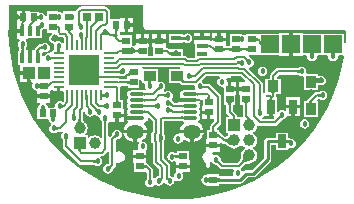
<source format=gbr>
G04 Layer_Physical_Order=1*
G04 Layer_Color=255*
%FSLAX25Y25*%
%MOIN*%
%TF.FileFunction,Copper,L1,Top,Signal*%
%TF.Part,Single*%
G01*
G75*
%TA.AperFunction,SMDPad*%
%ADD10R,0.02559X0.02362*%
%TA.AperFunction,SMDPad*%
%ADD11O,0.00787X0.03937*%
%TA.AperFunction,SMDPad*%
%ADD12O,0.03937X0.00787*%
%TA.AperFunction,SMDPad*%
%ADD13R,0.10433X0.10433*%
%TA.AperFunction,SMDPad*%
%ADD14R,0.03661X0.03858*%
%TA.AperFunction,SMDPad*%
%ADD15R,0.02559X0.04528*%
%TA.AperFunction,SMDPad*%
%ADD16O,0.05315X0.01181*%
%TA.AperFunction,SMDPad*%
%ADD17R,0.02362X0.02559*%
%TA.AperFunction,SMDPad*%
%ADD18R,0.03937X0.03268*%
%TA.AperFunction,SMDPad*%
%ADD19R,0.03268X0.03937*%
%TA.AperFunction,SMDPad*%
%ADD20R,0.01575X0.03347*%
%TA.AperFunction,ConnectorPad*%
%ADD21R,0.03937X0.03937*%
%TA.AperFunction,SMDPad*%
%ADD22R,0.03347X0.01575*%
%TA.AperFunction,ConnectorPad*%
%ADD23R,0.05906X0.05906*%
%TA.AperFunction,ConnectorPad*%
%ADD24R,0.02953X0.02953*%
%ADD25C,0.00800*%
%ADD26C,0.01500*%
%ADD27C,0.01000*%
%ADD28C,0.01800*%
%ADD29C,0.00700*%
%TA.AperFunction,ViaPad*%
%ADD30R,0.00394X0.00394*%
%TA.AperFunction,ViaPad*%
%ADD31O,0.05906X0.04724*%
%TA.AperFunction,ViaPad*%
%ADD32R,0.03937X0.03937*%
%TA.AperFunction,ViaPad*%
%ADD33C,0.03937*%
%TA.AperFunction,ViaPad*%
%ADD34R,0.03937X0.03937*%
%TA.AperFunction,ViaPad*%
%ADD35C,0.01800*%
G36*
X440402Y281253D02*
X440409Y281165D01*
X440421Y281082D01*
X440425Y281059D01*
X440800D01*
X440724Y281051D01*
X440656Y281027D01*
X440596Y280987D01*
X440544Y280931D01*
X440500Y280859D01*
X440493Y280842D01*
X440513Y280801D01*
X440547Y280743D01*
X440586Y280690D01*
X440630Y280643D01*
X440432D01*
X440416Y280547D01*
X440404Y280411D01*
X440400Y280259D01*
X439600D01*
X439596Y280411D01*
X439584Y280547D01*
X439568Y280643D01*
X439370D01*
X439414Y280690D01*
X439453Y280743D01*
X439487Y280801D01*
X439507Y280842D01*
X439500Y280859D01*
X439456Y280931D01*
X439404Y280987D01*
X439344Y281027D01*
X439276Y281051D01*
X439200Y281059D01*
X439575D01*
X439579Y281082D01*
X439591Y281165D01*
X439598Y281253D01*
X439600Y281346D01*
X440400D01*
X440402Y281253D01*
D02*
G37*
G36*
X383784Y290000D02*
X383877Y289532D01*
X384142Y289135D01*
X384539Y288870D01*
X385007Y288776D01*
X450907D01*
X451342Y288277D01*
X451194Y284516D01*
X451153Y284468D01*
X450653Y284652D01*
Y287653D01*
X436953D01*
Y287953D01*
X433600D01*
Y284000D01*
Y281059D01*
X433800D01*
X433724Y281051D01*
X433656Y281027D01*
X433600Y280990D01*
Y280675D01*
X433630Y280643D01*
X433600D01*
Y280047D01*
X436953D01*
Y280347D01*
X438084D01*
X438369Y280000D01*
X438493Y279376D01*
X438846Y278847D01*
X439376Y278493D01*
X440000Y278369D01*
X440624Y278493D01*
X441153Y278847D01*
X441507Y279376D01*
X441631Y280000D01*
X441916Y280347D01*
X445084D01*
X445369Y280000D01*
X445493Y279376D01*
X445847Y278847D01*
X446376Y278493D01*
X447000Y278369D01*
X447624Y278493D01*
X448153Y278847D01*
X448507Y279376D01*
X448631Y280000D01*
X448916Y280347D01*
X450214D01*
X450602Y279979D01*
X450653Y279847D01*
X449805Y275584D01*
X448605Y271331D01*
X447076Y267185D01*
X445226Y263173D01*
X443067Y259317D01*
X440612Y255644D01*
X437877Y252174D01*
X434877Y248929D01*
X431633Y245930D01*
X428163Y243194D01*
X424489Y240739D01*
X420634Y238580D01*
X416621Y236730D01*
X412475Y235201D01*
X408223Y234002D01*
X403889Y233140D01*
X399501Y232620D01*
X395086Y232447D01*
X390671Y232620D01*
X388390Y232890D01*
X386283Y233140D01*
X381949Y234002D01*
X377696Y235201D01*
X374777Y236278D01*
X373551Y236730D01*
X369538Y238580D01*
X365683Y240739D01*
X362009Y243194D01*
X358539Y245930D01*
X355294Y248929D01*
X352295Y252174D01*
X349560Y255644D01*
X347105Y259317D01*
X344946Y263173D01*
X343096Y267185D01*
X341566Y271331D01*
X340367Y275584D01*
X339505Y279917D01*
X338986Y284305D01*
X338812Y288720D01*
X338822Y288958D01*
X338830Y288999D01*
Y297276D01*
X383784D01*
Y290000D01*
D02*
G37*
G36*
X447402Y281253D02*
X447409Y281165D01*
X447421Y281082D01*
X447425Y281059D01*
X447800D01*
X447724Y281051D01*
X447656Y281027D01*
X447596Y280987D01*
X447544Y280931D01*
X447500Y280859D01*
X447493Y280842D01*
X447513Y280801D01*
X447547Y280743D01*
X447586Y280690D01*
X447630Y280643D01*
X447432D01*
X447416Y280547D01*
X447404Y280411D01*
X447400Y280259D01*
X446600D01*
X446596Y280411D01*
X446584Y280547D01*
X446568Y280643D01*
X446370D01*
X446414Y280690D01*
X446453Y280743D01*
X446487Y280801D01*
X446507Y280842D01*
X446500Y280859D01*
X446456Y280931D01*
X446404Y280987D01*
X446344Y281027D01*
X446276Y281051D01*
X446200Y281059D01*
X446575D01*
X446579Y281082D01*
X446591Y281165D01*
X446598Y281253D01*
X446600Y281346D01*
X447400D01*
X447402Y281253D01*
D02*
G37*
%LPC*%
G36*
X388400Y287354D02*
X386720D01*
Y285773D01*
X387663D01*
X387701Y285829D01*
X387724Y285897D01*
X387733Y285973D01*
Y285773D01*
X388400D01*
Y287354D01*
D02*
G37*
G36*
X382900D02*
X381221D01*
Y285773D01*
X382900D01*
Y287354D01*
D02*
G37*
G36*
X385780D02*
X384100D01*
Y285773D01*
X384755D01*
Y285800D01*
X384758Y285773D01*
X385780D01*
Y287354D01*
D02*
G37*
G36*
X391280D02*
X389600D01*
Y285773D01*
X391280D01*
Y287354D01*
D02*
G37*
G36*
X402829Y287846D02*
X400756D01*
Y286659D01*
X402829D01*
Y287846D01*
D02*
G37*
G36*
X406102D02*
X404029D01*
Y286659D01*
X405090D01*
Y286835D01*
X405098Y286763D01*
X405122Y286699D01*
X405151Y286659D01*
X406102D01*
Y287846D01*
D02*
G37*
G36*
X384961Y254365D02*
X381658D01*
Y251575D01*
X382180Y251644D01*
X382361Y251163D01*
X382347Y251153D01*
X381993Y250624D01*
X381869Y250000D01*
X381993Y249376D01*
X382047Y249295D01*
X381811Y248854D01*
X380221D01*
Y247273D01*
X380921D01*
X380982Y247298D01*
X381072Y247353D01*
X381142Y247418D01*
X381192Y247493D01*
X381223Y247578D01*
X381233Y247673D01*
Y247273D01*
X384780D01*
Y248854D01*
X384780Y248854D01*
X384780D01*
X384951Y249291D01*
X385007Y249376D01*
X385131Y250000D01*
X385007Y250624D01*
X384653Y251153D01*
X384124Y251507D01*
X383585Y251614D01*
X383469Y251946D01*
X383453Y252112D01*
X384047Y252567D01*
X384586Y253269D01*
X384924Y254087D01*
X384961Y254365D01*
D02*
G37*
G36*
X411279Y287854D02*
X409600D01*
Y286273D01*
X411279D01*
Y287854D01*
D02*
G37*
G36*
X344900Y273900D02*
X342531D01*
Y271532D01*
X344900D01*
Y272143D01*
X344870D01*
X344900Y272175D01*
Y272474D01*
X344844Y272512D01*
X344776Y272535D01*
X344700Y272544D01*
X344900D01*
Y273900D01*
D02*
G37*
G36*
X404900Y260727D02*
X404245D01*
Y260527D01*
X404239Y260603D01*
X404222Y260671D01*
X404195Y260727D01*
X403221D01*
Y259146D01*
X404900D01*
Y260099D01*
X404844Y260137D01*
X404776Y260162D01*
X404700Y260170D01*
X404900D01*
Y260727D01*
D02*
G37*
G36*
X437500Y259131D02*
X436876Y259007D01*
X436346Y258653D01*
X435993Y258124D01*
X435869Y257500D01*
X435993Y256876D01*
X436346Y256347D01*
X436876Y255993D01*
X437500Y255869D01*
X438124Y255993D01*
X438654Y256347D01*
X439007Y256876D01*
X439131Y257500D01*
X439007Y258124D01*
X438654Y258653D01*
X438124Y259007D01*
X437500Y259131D01*
D02*
G37*
G36*
X377279Y259727D02*
X376326D01*
X376288Y259671D01*
X376264Y259603D01*
X376255Y259527D01*
Y259727D01*
X375600D01*
Y259170D01*
X375800D01*
X375724Y259161D01*
X375656Y259137D01*
X375600Y259099D01*
Y258675D01*
X375630Y258643D01*
X375600D01*
Y258146D01*
X377279D01*
Y259727D01*
D02*
G37*
G36*
X436020Y262707D02*
X434340D01*
Y260043D01*
X436020D01*
Y262707D01*
D02*
G37*
G36*
X403859Y254365D02*
X400556D01*
Y251575D01*
X401425Y251689D01*
X402242Y252028D01*
X402945Y252567D01*
X403484Y253269D01*
X403822Y254087D01*
X403859Y254365D01*
D02*
G37*
G36*
X380458D02*
X377155D01*
X377192Y254087D01*
X377531Y253269D01*
X378070Y252567D01*
X378772Y252028D01*
X379590Y251689D01*
X380458Y251575D01*
Y254365D01*
D02*
G37*
G36*
X399356D02*
X395778D01*
X395574Y254174D01*
X395428Y254203D01*
X394804Y254079D01*
X394275Y253725D01*
X393921Y253196D01*
X393797Y252572D01*
X393921Y251947D01*
X394275Y251418D01*
X394804Y251065D01*
X395428Y250940D01*
X396053Y251065D01*
X396582Y251418D01*
X396935Y251947D01*
X396954Y252042D01*
X397422Y252218D01*
X397670Y252028D01*
X398488Y251689D01*
X399356Y251575D01*
Y254365D01*
D02*
G37*
G36*
X423500Y276631D02*
X422876Y276507D01*
X422346Y276153D01*
X421993Y275624D01*
X421869Y275000D01*
X421993Y274376D01*
X422346Y273847D01*
X422876Y273493D01*
X423500Y273369D01*
X424124Y273493D01*
X424653Y273847D01*
X425007Y274376D01*
X425131Y275000D01*
X425007Y275624D01*
X424653Y276153D01*
X424124Y276507D01*
X423500Y276631D01*
D02*
G37*
G36*
X405830Y241573D02*
X405732D01*
Y241500D01*
X405828D01*
X405830Y241573D01*
D02*
G37*
G36*
X405663D02*
X405502D01*
X405470Y241543D01*
Y241573D01*
X404720D01*
Y241500D01*
X405707D01*
X405700Y241517D01*
X405663Y241573D01*
D02*
G37*
G36*
X443500Y268631D02*
X442876Y268507D01*
X442346Y268154D01*
X442332Y268132D01*
X442326Y268130D01*
X442297Y268124D01*
X442276Y268122D01*
X441500D01*
X441500Y268122D01*
X441071Y268036D01*
X440707Y267793D01*
X440707Y267793D01*
X438707Y265793D01*
X438464Y265429D01*
X438383Y265023D01*
X437166D01*
Y259686D01*
X441834D01*
Y265023D01*
X441834D01*
X441692Y265494D01*
X441914Y265795D01*
X442346Y265846D01*
X442876Y265493D01*
X443500Y265369D01*
X444124Y265493D01*
X444654Y265846D01*
X445007Y266376D01*
X445131Y267000D01*
X445007Y267624D01*
X444654Y268154D01*
X444124Y268507D01*
X443500Y268631D01*
D02*
G37*
G36*
X370932Y296698D02*
X370932Y296698D01*
X363068D01*
X363068Y296698D01*
X362639Y296613D01*
X362275Y296369D01*
X362275Y296369D01*
X361631Y295725D01*
X361387Y295361D01*
X361376Y295304D01*
X360980Y295054D01*
X360855Y295054D01*
X357020D01*
Y294637D01*
X356959Y294585D01*
X356521Y294416D01*
X356124Y294680D01*
X355500Y294805D01*
X355480Y294821D01*
Y295054D01*
X351520D01*
Y293607D01*
X351021Y293558D01*
X351007Y293624D01*
X350654Y294153D01*
X350124Y294507D01*
X349500Y294631D01*
X349441Y294620D01*
X349054Y294937D01*
Y294980D01*
X346008D01*
Y295280D01*
X344427D01*
Y293000D01*
X343827D01*
Y292400D01*
X342670D01*
Y292200D01*
X342661Y292276D01*
X342637Y292344D01*
X342599Y292400D01*
X342175D01*
X342143Y292370D01*
Y292400D01*
X341646D01*
Y290721D01*
X341653D01*
Y289029D01*
X343441D01*
Y287829D01*
X341653D01*
Y285756D01*
X342348D01*
X342500Y285256D01*
X342347Y285154D01*
X341993Y284624D01*
X341869Y284000D01*
X341993Y283376D01*
X342347Y282846D01*
X342368Y282832D01*
X342370Y282826D01*
X342376Y282797D01*
X342378Y282776D01*
Y281944D01*
X341953D01*
Y277198D01*
X342531D01*
Y276000D01*
Y275100D01*
X345500D01*
Y274500D01*
X346100D01*
Y272544D01*
X346300D01*
X346224Y272535D01*
X346156Y272512D01*
X346100Y272474D01*
Y272175D01*
X346130Y272143D01*
X346100D01*
Y271532D01*
X346709D01*
X346976Y271031D01*
X346820Y270797D01*
X346695Y270173D01*
X346820Y269549D01*
X347173Y269020D01*
X347703Y268666D01*
X348220Y268563D01*
Y267427D01*
X348785D01*
X348840Y267436D01*
X348944Y267464D01*
X349032Y267500D01*
X349104Y267544D01*
X349161Y267596D01*
X349201Y267656D01*
X349224Y267724D01*
X349233Y267800D01*
Y267427D01*
X351755D01*
Y267627D01*
X351764Y267551D01*
X351788Y267483D01*
X351826Y267427D01*
X352780D01*
Y268500D01*
X353279Y268767D01*
X353417Y268675D01*
X353961Y268567D01*
X354935D01*
Y269541D01*
X354879Y269579D01*
X354811Y269603D01*
X354735Y269611D01*
X354935D01*
Y269988D01*
X356135D01*
Y269611D01*
X356335D01*
X356259Y269603D01*
X356191Y269579D01*
X356135Y269541D01*
Y268567D01*
X356911D01*
X357110Y268567D01*
X357373Y268110D01*
Y267068D01*
X357367Y267035D01*
Y265131D01*
X356995Y264760D01*
X356624Y265007D01*
X356000Y265131D01*
X355376Y265007D01*
X354847Y264653D01*
X354493Y264124D01*
X354369Y263500D01*
X354395Y263366D01*
X354078Y262980D01*
X351928D01*
X351834Y263451D01*
X351480Y263980D01*
X351233Y264146D01*
X351384Y264646D01*
X352780D01*
Y266227D01*
X351826D01*
X351788Y266171D01*
X351764Y266103D01*
X351755Y266027D01*
Y266227D01*
X349233D01*
Y266200D01*
X349230Y266227D01*
X348220D01*
Y264646D01*
X349269D01*
X349421Y264146D01*
X349173Y263980D01*
X348820Y263451D01*
X348726Y262980D01*
X348446D01*
Y259020D01*
X352072D01*
X352166Y258549D01*
X352520Y258020D01*
X352881Y257778D01*
X352935Y257269D01*
X352916Y257200D01*
X352847Y257154D01*
X352493Y256624D01*
X352369Y256000D01*
X352493Y255376D01*
X352847Y254847D01*
X353376Y254493D01*
X354000Y254369D01*
X354624Y254493D01*
X355153Y254847D01*
X355168Y254868D01*
X355174Y254870D01*
X355204Y254876D01*
X355224Y254878D01*
X356000D01*
X356000Y254878D01*
X356429Y254964D01*
X356554Y255047D01*
X356846Y254654D01*
X356493Y254124D01*
X356369Y253500D01*
X356493Y252876D01*
X356846Y252346D01*
X356868Y252332D01*
X356870Y252326D01*
X356876Y252296D01*
X356878Y252276D01*
Y250000D01*
X356878Y250000D01*
X356964Y249571D01*
X357207Y249207D01*
X362207Y244207D01*
X362207Y244207D01*
X362571Y243964D01*
X363000Y243878D01*
X363000Y243879D01*
X367276D01*
X367297Y243876D01*
X367326Y243869D01*
X367332Y243868D01*
X367347Y243847D01*
X367876Y243493D01*
X368500Y243369D01*
X369124Y243493D01*
X369654Y243847D01*
X370007Y244376D01*
X370131Y245000D01*
X370007Y245624D01*
X369654Y246153D01*
X369420Y246310D01*
X369571Y246810D01*
X369931D01*
X369932Y246810D01*
X370361Y246895D01*
X370725Y247138D01*
X371793Y248207D01*
X371793Y248207D01*
X371841Y248278D01*
X372341Y248127D01*
Y244471D01*
X372000Y244131D01*
X371376Y244007D01*
X370847Y243653D01*
X370493Y243124D01*
X370369Y242500D01*
X370493Y241876D01*
X370847Y241347D01*
X371376Y240993D01*
X372000Y240869D01*
X372624Y240993D01*
X373153Y241347D01*
X373507Y241876D01*
X373631Y242500D01*
X373626Y242525D01*
X373630Y242531D01*
X373646Y242556D01*
X373659Y242572D01*
X374255Y243169D01*
X374255Y243169D01*
X374499Y243533D01*
X374584Y243962D01*
Y244500D01*
X375084Y244713D01*
X375235Y244683D01*
X375743Y244582D01*
X376477Y244728D01*
X377100Y245144D01*
X377515Y245766D01*
X377661Y246500D01*
X377515Y247234D01*
X377100Y247856D01*
X376477Y248272D01*
X375743Y248418D01*
X375084Y248287D01*
X374584Y248500D01*
Y251998D01*
X374927Y252341D01*
X374944Y252354D01*
X374969Y252370D01*
X374975Y252374D01*
X375000Y252369D01*
X375624Y252493D01*
X376153Y252847D01*
X376507Y253376D01*
X376631Y254000D01*
X376507Y254624D01*
X376153Y255153D01*
X375624Y255507D01*
X375000Y255631D01*
X374376Y255507D01*
X373847Y255153D01*
X373493Y254624D01*
X373369Y254000D01*
X373374Y253975D01*
X373370Y253969D01*
X373354Y253944D01*
X373341Y253927D01*
X372669Y253255D01*
X372621Y253184D01*
X372122Y253336D01*
Y257954D01*
X372256Y258061D01*
X372721Y258146D01*
X372721Y258146D01*
X374400D01*
Y258643D01*
X374370D01*
X374400Y258675D01*
Y259099D01*
X374344Y259137D01*
X374276Y259161D01*
X374200Y259170D01*
X374400D01*
Y260327D01*
X375000D01*
Y260927D01*
X376255D01*
Y261127D01*
X376264Y261051D01*
X376288Y260983D01*
X376326Y260927D01*
X377279D01*
Y262508D01*
X376979D01*
Y265554D01*
X376122D01*
Y269500D01*
X376122Y269500D01*
X376081Y269705D01*
X376407Y270205D01*
X378520D01*
Y269446D01*
X382480D01*
Y272127D01*
X382686Y272232D01*
X383186Y271925D01*
Y271166D01*
X384108D01*
X384375Y270666D01*
X384347Y270624D01*
X384223Y270000D01*
X384347Y269376D01*
X384546Y269078D01*
X384545Y269073D01*
X384449Y268901D01*
X384216Y268671D01*
X383807Y268753D01*
X379673D01*
X379170Y268653D01*
X378743Y268367D01*
X378458Y267941D01*
X378357Y267437D01*
X378458Y266933D01*
X378515Y266848D01*
X378715Y266453D01*
X378515Y266058D01*
X378458Y265972D01*
X378357Y265469D01*
X378458Y264965D01*
X378743Y264538D01*
Y264430D01*
X378458Y264003D01*
X378357Y263500D01*
X378458Y262997D01*
X378743Y262570D01*
Y262462D01*
X378458Y262035D01*
X378357Y261531D01*
X378458Y261028D01*
X378559Y260875D01*
X378526Y260710D01*
X378175Y260184D01*
X378171Y260163D01*
X381740D01*
Y258963D01*
X378171D01*
X378175Y258942D01*
X378526Y258416D01*
X378596Y258370D01*
X378631Y258276D01*
X378597Y257768D01*
X378070Y257363D01*
X377531Y256661D01*
X377192Y255843D01*
X377155Y255565D01*
X384961D01*
X384924Y255843D01*
X384586Y256661D01*
X384047Y257363D01*
X383927Y257455D01*
X384051Y257990D01*
X384428Y258065D01*
X384954Y258416D01*
X385305Y258942D01*
X385382Y259325D01*
X385912Y259502D01*
X386902Y258512D01*
Y254988D01*
X386730Y254816D01*
X386487Y254452D01*
X386402Y254023D01*
X386402Y254023D01*
Y251977D01*
X386402Y251977D01*
X386487Y251548D01*
X386730Y251184D01*
X386902Y251012D01*
Y244977D01*
X386902Y244977D01*
X386987Y244548D01*
X387230Y244184D01*
X388878Y242535D01*
Y240107D01*
X388376Y240007D01*
X387846Y239653D01*
X387634Y239335D01*
X387602Y239323D01*
X387122Y239469D01*
Y242000D01*
X387036Y242429D01*
X386793Y242793D01*
X386793Y242793D01*
X385466Y244120D01*
X385102Y244363D01*
X384780Y244492D01*
X384780Y244898D01*
Y246073D01*
X381233D01*
Y245673D01*
X381223Y245768D01*
X381192Y245853D01*
X381142Y245928D01*
X381072Y245993D01*
X380982Y246048D01*
X380921Y246073D01*
X380505D01*
X380492Y246066D01*
X380458Y246037D01*
X380432Y246006D01*
X380419Y246073D01*
X380221D01*
Y244500D01*
X380521D01*
Y241446D01*
X384479D01*
X384878Y241202D01*
Y239224D01*
X384876Y239204D01*
X384870Y239174D01*
X384868Y239168D01*
X384846Y239154D01*
X384493Y238624D01*
X384369Y238000D01*
X384493Y237376D01*
X384846Y236846D01*
X385230Y236590D01*
D01*
X385376Y236493D01*
X386000Y236369D01*
X386624Y236493D01*
X387154Y236846D01*
X387366Y237165D01*
X387757Y237313D01*
X387983Y237256D01*
X388376Y236993D01*
X388500Y236968D01*
X389000Y236869D01*
X389624Y236993D01*
X390154Y237347D01*
X390489Y237848D01*
X390702Y237876D01*
X390798D01*
X391011Y237848D01*
X391347Y237347D01*
X391876Y236993D01*
X392500Y236869D01*
X393124Y236993D01*
X393653Y237347D01*
X394007Y237876D01*
X394112Y238402D01*
X394411Y238601D01*
X394607Y238672D01*
X394876Y238493D01*
X395500Y238369D01*
X396124Y238493D01*
X396654Y238846D01*
X397007Y239376D01*
X397131Y240000D01*
X397007Y240624D01*
X396756Y241000D01*
X396967Y241500D01*
X399282D01*
X399279Y241502D01*
Y242727D01*
X398337D01*
X398300Y242671D01*
X398275Y242603D01*
X398268Y242527D01*
Y242727D01*
X394721D01*
Y241403D01*
X394346Y241154D01*
X393993Y240624D01*
X393888Y240098D01*
X393589Y239899D01*
X393393Y239827D01*
X393124Y240007D01*
X392621Y240107D01*
Y243621D01*
X392622Y243621D01*
X392536Y244051D01*
X392293Y244414D01*
X392293Y244414D01*
X390645Y246063D01*
Y251753D01*
X390648Y251773D01*
X390654Y251803D01*
X390655Y251809D01*
X390677Y251823D01*
X391030Y252352D01*
X391155Y252977D01*
X391030Y253601D01*
X390677Y254130D01*
X390655Y254145D01*
X390654Y254151D01*
X390648Y254180D01*
X390645Y254201D01*
Y258441D01*
X396249D01*
X396332Y258438D01*
X396512Y258419D01*
X396564Y258410D01*
X396603Y258401D01*
X396612Y258399D01*
X396613Y258398D01*
X396689Y258347D01*
X397193Y258247D01*
X397299D01*
X397468Y257747D01*
X396968Y257363D01*
X396429Y256661D01*
X396090Y255843D01*
X396053Y255565D01*
X403859D01*
X403822Y255843D01*
X403484Y256661D01*
X402945Y257363D01*
X402242Y257902D01*
X402132Y257948D01*
X402076Y258512D01*
X402257Y258633D01*
X402542Y259059D01*
X402643Y259563D01*
X402542Y260067D01*
X402257Y260493D01*
Y260601D01*
X402542Y261028D01*
X402643Y261531D01*
X402542Y262035D01*
X402485Y262121D01*
X402285Y262516D01*
X402485Y262911D01*
X402542Y262997D01*
X402643Y263500D01*
X402542Y264003D01*
X402441Y264156D01*
X402473Y264322D01*
X402825Y264848D01*
X402949Y265469D01*
X402939Y265518D01*
X403371Y265906D01*
X403520Y265859D01*
Y263508D01*
X403221D01*
Y261927D01*
X404195D01*
X404222Y261983D01*
X404239Y262051D01*
X404245Y262127D01*
Y261927D01*
X405500D01*
Y261327D01*
X406100D01*
Y260170D01*
X406300D01*
X406224Y260162D01*
X406156Y260137D01*
X406100Y260099D01*
Y259146D01*
X407430D01*
Y258465D01*
X406207Y257241D01*
X405964Y256877D01*
X405878Y256448D01*
X405878Y256448D01*
Y255554D01*
X405021D01*
Y252508D01*
X404720D01*
Y250927D01*
X405674D01*
X405712Y250983D01*
X405736Y251051D01*
X405745Y251127D01*
Y250927D01*
X409279D01*
Y250988D01*
X409400Y251050D01*
X409780Y251158D01*
X409946Y251047D01*
D01*
X410017Y251000D01*
X410071Y250964D01*
X410500Y250878D01*
X410500Y250879D01*
X410972D01*
X411034Y250867D01*
X411122Y250840D01*
X411225Y250797D01*
X411341Y250736D01*
X411471Y250655D01*
X411605Y250559D01*
X411930Y250281D01*
X412063Y250151D01*
X412104Y250097D01*
X412234Y249997D01*
X412661Y249669D01*
X413311Y249400D01*
X414007Y249308D01*
X414704Y249400D01*
X415353Y249669D01*
X415910Y250097D01*
X416206Y250482D01*
X416306Y250519D01*
X416708D01*
X416808Y250482D01*
X417104Y250097D01*
X417490Y249801D01*
X417526Y249701D01*
Y249299D01*
X417490Y249199D01*
X417104Y248903D01*
X416676Y248346D01*
X416407Y247697D01*
X416316Y247000D01*
X416324Y246941D01*
X416310Y246515D01*
X416291Y246329D01*
X416263Y246158D01*
X416228Y246009D01*
X416189Y245883D01*
X416147Y245780D01*
X416103Y245698D01*
X416068Y245647D01*
X415043Y244621D01*
X410465D01*
X409659Y245427D01*
X409646Y245444D01*
X409630Y245469D01*
X409626Y245475D01*
X409631Y245500D01*
X409507Y246124D01*
X409154Y246654D01*
X408624Y247007D01*
X408000Y247131D01*
X407376Y247007D01*
X406973Y247339D01*
X406768Y247646D01*
X407025Y248146D01*
X409279D01*
Y249727D01*
X405745D01*
Y249527D01*
X405736Y249603D01*
X405712Y249671D01*
X405674Y249727D01*
X404720D01*
Y248308D01*
X404537Y248272D01*
X403915Y247856D01*
X403499Y247234D01*
X403353Y246500D01*
X403499Y245766D01*
X403915Y245144D01*
X404491Y244759D01*
X404720Y244354D01*
Y242773D01*
X405470D01*
Y242803D01*
X405502Y242773D01*
X405663D01*
X405700Y242829D01*
X405724Y242897D01*
X405732Y242973D01*
Y242773D01*
X405861D01*
X405911Y244709D01*
X406005Y244728D01*
X406328Y244944D01*
X406493Y244876D01*
X406847Y244346D01*
X407376Y243993D01*
X408000Y243869D01*
X408025Y243874D01*
X408031Y243870D01*
X408056Y243854D01*
X408073Y243841D01*
X409207Y242707D01*
X409207Y242707D01*
X409571Y242464D01*
X410000Y242378D01*
X410000Y242378D01*
X413569D01*
X413836Y241879D01*
X413666Y241624D01*
X413542Y241000D01*
X413631Y240550D01*
X413328Y240050D01*
X409051D01*
X408992Y240055D01*
X408980Y240057D01*
Y240708D01*
X405021D01*
Y240708D01*
X404720Y240510D01*
Y240497D01*
X404673Y240458D01*
X404628Y240449D01*
D01*
X404049Y240334D01*
X403520Y239980D01*
X403166Y239451D01*
X403042Y238827D01*
X403166Y238203D01*
X403520Y237673D01*
X404049Y237320D01*
X404628Y237205D01*
X405021Y236946D01*
X405021Y236946D01*
X405021Y236946D01*
X408980D01*
Y237596D01*
Y237600D01*
X408992Y237602D01*
X409051Y237607D01*
X416000D01*
X416468Y237700D01*
X416865Y237965D01*
X418576Y239676D01*
X420400D01*
X420868Y239770D01*
X421265Y240035D01*
X426058Y244828D01*
X426323Y245225D01*
X426416Y245693D01*
Y250469D01*
X427949D01*
X428008Y250464D01*
X428020Y250462D01*
Y248729D01*
X431980D01*
Y249202D01*
X432479Y249472D01*
X433000Y249369D01*
X433624Y249493D01*
X434154Y249847D01*
X434507Y250376D01*
X434631Y251000D01*
X434507Y251624D01*
X434154Y252153D01*
X433624Y252507D01*
X433089Y252614D01*
X432775Y252823D01*
X432307Y252916D01*
X432051D01*
X431992Y252922D01*
X431980Y252924D01*
Y254657D01*
X428020D01*
Y252924D01*
X428008Y252922D01*
X427949Y252916D01*
X425193D01*
X424725Y252823D01*
X424328Y252558D01*
X424062Y252161D01*
X423969Y251693D01*
Y246200D01*
X419893Y242124D01*
X418070D01*
X417601Y242030D01*
X417204Y241765D01*
X417137Y241698D01*
X416551Y241818D01*
X416341Y242133D01*
X416326Y242161D01*
X416303Y242649D01*
X416340Y242746D01*
X417655Y244061D01*
X417706Y244096D01*
X417787Y244139D01*
X417890Y244182D01*
X418016Y244221D01*
X418165Y244256D01*
X418327Y244282D01*
X418754Y244316D01*
X418940Y244317D01*
X419007Y244308D01*
X419704Y244400D01*
X420353Y244669D01*
X420910Y245097D01*
X421338Y245654D01*
X421607Y246303D01*
X421699Y247000D01*
X421607Y247697D01*
X421338Y248346D01*
X420910Y248903D01*
X420525Y249199D01*
X420488Y249299D01*
Y249701D01*
X420525Y249801D01*
X420910Y250097D01*
X421338Y250654D01*
X421607Y251303D01*
X421699Y252000D01*
X421607Y252697D01*
X421338Y253346D01*
X420910Y253903D01*
X420525Y254199D01*
X420488Y254299D01*
Y254701D01*
X420525Y254801D01*
X420910Y255097D01*
X421338Y255654D01*
X421607Y256303D01*
X421665Y256748D01*
X422169Y257006D01*
X422179Y257006D01*
X422242Y256964D01*
X422672Y256878D01*
X422672Y256878D01*
X427500D01*
X427500Y256878D01*
X427929Y256964D01*
X428293Y257207D01*
X429927Y258841D01*
X429944Y258854D01*
X429969Y258870D01*
X429975Y258874D01*
X430000Y258869D01*
X430624Y258993D01*
X431153Y259347D01*
X431507Y259876D01*
X431540Y260043D01*
X433140D01*
Y262707D01*
X431461D01*
Y262025D01*
X430961Y261782D01*
X430624Y262007D01*
X430000Y262131D01*
X429376Y262007D01*
X428847Y261653D01*
X428739Y261493D01*
X428239Y261645D01*
Y266271D01*
X428239Y266271D01*
X428239D01*
X428051Y266771D01*
X428090Y266968D01*
Y267371D01*
X429499D01*
Y272629D01*
X428348D01*
X428215Y273129D01*
X428240Y273153D01*
X428500Y273414D01*
D01*
X428965Y273879D01*
X435276D01*
X435296Y273876D01*
X435326Y273869D01*
X435332Y273868D01*
X435347Y273847D01*
X435876Y273493D01*
X436500Y273369D01*
X436666Y273402D01*
X437166Y272991D01*
Y268977D01*
X441834D01*
Y270433D01*
X441881Y270452D01*
X442001Y270484D01*
X442167Y270511D01*
X442283Y270522D01*
X442333D01*
X442376Y270493D01*
X443000Y270369D01*
X443624Y270493D01*
X444153Y270847D01*
X444507Y271376D01*
X444631Y272000D01*
X444507Y272624D01*
X444153Y273153D01*
X443624Y273507D01*
X443000Y273631D01*
X442376Y273507D01*
X442333Y273478D01*
X442283D01*
X442167Y273489D01*
X442001Y273516D01*
X441881Y273548D01*
X441834Y273567D01*
Y274314D01*
X438505D01*
X438094Y274814D01*
X438131Y275000D01*
X438007Y275624D01*
X437653Y276153D01*
X437124Y276507D01*
X436500Y276631D01*
X435876Y276507D01*
X435347Y276153D01*
X435332Y276132D01*
X435326Y276131D01*
X435296Y276124D01*
X435276Y276121D01*
X428500D01*
X428500Y276122D01*
X428071Y276036D01*
X427707Y275793D01*
X426207Y274293D01*
X425964Y273929D01*
X425878Y273500D01*
X425878Y273500D01*
Y272629D01*
X424438D01*
Y267720D01*
X424331Y267637D01*
X424238Y267576D01*
X423717Y267695D01*
X423622Y267771D01*
Y270811D01*
X423622Y270811D01*
X423536Y271240D01*
X423293Y271604D01*
X423293Y271604D01*
X418999Y275898D01*
X419196Y276408D01*
X419624Y276493D01*
X420154Y276847D01*
X420507Y277376D01*
X420631Y278000D01*
X420507Y278624D01*
X420154Y279153D01*
X419624Y279507D01*
X419418Y279548D01*
X419376Y279569D01*
X419347Y279577D01*
X419341Y279579D01*
X419328Y279584D01*
X419317Y279590D01*
X419242Y279639D01*
X419218Y279657D01*
X419190Y279681D01*
X418887Y279984D01*
X419078Y280446D01*
X421980D01*
X421980Y280446D01*
X422347Y280347D01*
Y280347D01*
X422439Y280347D01*
X429047D01*
Y280047D01*
X432400D01*
Y280643D01*
X432370D01*
X432400Y280675D01*
Y280990D01*
X432344Y281027D01*
X432276Y281051D01*
X432200Y281059D01*
X432400D01*
Y284000D01*
Y287953D01*
X429047D01*
Y287653D01*
X422347D01*
X422347Y287653D01*
X422347Y287653D01*
X421888Y287554D01*
X418020D01*
Y287401D01*
X417521Y287134D01*
X417451Y287180D01*
X416872Y287296D01*
X416479Y287554D01*
X416479Y287554D01*
X416479Y287554D01*
X412521D01*
Y283448D01*
X411761D01*
X411279Y283492D01*
Y285073D01*
X409000D01*
Y285673D01*
X408400D01*
Y287854D01*
X406720D01*
Y285327D01*
X406220Y285031D01*
X406102Y285096D01*
Y285459D01*
X405151D01*
X405122Y285419D01*
X405098Y285355D01*
X405090Y285284D01*
Y285459D01*
X400756D01*
Y284272D01*
X401056D01*
Y279622D01*
X398636D01*
X398465Y279793D01*
X398101Y280036D01*
X397672Y280122D01*
X397672Y280121D01*
X396944D01*
Y282428D01*
X395242D01*
X395124Y282507D01*
X394500Y282631D01*
X394000Y282532D01*
X393876Y282507D01*
X393758Y282428D01*
X392948D01*
X392945Y282429D01*
X392939Y282428D01*
X392918D01*
X392910Y282430D01*
X392901Y282428D01*
X392658D01*
X392466Y282620D01*
X392102Y282863D01*
X391673Y282948D01*
X391280Y283241D01*
Y284573D01*
X387733D01*
Y284373D01*
X387724Y284449D01*
X387701Y284517D01*
X387663Y284573D01*
X386720D01*
Y282992D01*
X387020D01*
Y280121D01*
X385479D01*
Y282992D01*
X385780D01*
Y284573D01*
X385172D01*
X385120Y284564D01*
X385023Y284536D01*
X384942Y284500D01*
X384875Y284456D01*
X384857Y284439D01*
Y284370D01*
X384822Y284403D01*
X384785Y284344D01*
X384763Y284276D01*
X384755Y284200D01*
Y284454D01*
X384699Y284487D01*
X384636Y284517D01*
X384569Y284542D01*
X384496Y284563D01*
X384447Y284573D01*
X381221D01*
Y283710D01*
X380720Y283443D01*
X380624Y283507D01*
X380000Y283631D01*
X379979Y284106D01*
Y287054D01*
X376021D01*
X375948Y287524D01*
Y287739D01*
X375992Y288221D01*
X377573D01*
Y290500D01*
Y292779D01*
X375992D01*
Y292779D01*
X375692Y292479D01*
X372946D01*
X372698Y292877D01*
Y294932D01*
X372698Y294932D01*
X372613Y295361D01*
X372369Y295725D01*
X372369Y295725D01*
X371725Y296369D01*
X371361Y296613D01*
X370932Y296698D01*
D02*
G37*
G36*
X343227Y295280D02*
X341646D01*
Y293600D01*
X342143D01*
Y293630D01*
X342175Y293600D01*
X342599D01*
X342637Y293656D01*
X342661Y293724D01*
X342670Y293800D01*
Y293600D01*
X343227D01*
Y295280D01*
D02*
G37*
G36*
X380354Y292779D02*
X378773D01*
Y291100D01*
X380354D01*
Y292779D01*
D02*
G37*
G36*
X436020Y266500D02*
X431461D01*
Y263907D01*
X433753D01*
X434302Y264091D01*
X434277Y264041D01*
X434224Y263916D01*
X434221Y263907D01*
X436020D01*
Y266500D01*
D02*
G37*
G36*
X380354Y289900D02*
X378773D01*
Y288221D01*
X380354D01*
Y289900D01*
D02*
G37*
G36*
X398500Y287690D02*
X397876Y287566D01*
X397444Y287278D01*
X397094Y287393D01*
X397034Y287435D01*
X396944Y287522D01*
Y287546D01*
X396241D01*
X396232Y287548D01*
X396223Y287546D01*
X392198D01*
Y284572D01*
X396223D01*
X396232Y284570D01*
X396241Y284572D01*
X396944D01*
Y284597D01*
X397034Y284683D01*
X397094Y284725D01*
X397444Y284840D01*
X397876Y284552D01*
X398500Y284428D01*
X399124Y284552D01*
X399654Y284906D01*
X400007Y285435D01*
X400131Y286059D01*
X400007Y286683D01*
X399654Y287213D01*
X399124Y287566D01*
X398500Y287690D01*
D02*
G37*
G36*
X398979Y248554D02*
X395021D01*
Y247974D01*
X394560Y247803D01*
X394520Y247803D01*
X394515Y247804D01*
X394483Y247811D01*
X394459Y247818D01*
X394443Y247824D01*
X394433Y247828D01*
X394431Y247830D01*
X394406Y247847D01*
X394345Y247873D01*
X394085Y248047D01*
X393460Y248171D01*
X392836Y248047D01*
X392307Y247693D01*
X391953Y247164D01*
X391829Y246540D01*
X391953Y245916D01*
X392307Y245386D01*
X392836Y245033D01*
X393460Y244908D01*
X394085Y245033D01*
X394220Y245124D01*
X394721Y244856D01*
Y243927D01*
X398268D01*
Y244127D01*
X398275Y244051D01*
X398300Y243983D01*
X398337Y243927D01*
X399279D01*
Y245508D01*
X398979D01*
Y248554D01*
D02*
G37*
%LPD*%
G36*
X392687Y262586D02*
X392772Y262513D01*
X392813Y262483D01*
X392853Y262457D01*
X392891Y262437D01*
X392928Y262421D01*
X392964Y262409D01*
X392998Y262402D01*
X393032Y262400D01*
Y261600D01*
X392998Y261598D01*
X392964Y261591D01*
X392928Y261579D01*
X392891Y261563D01*
X392853Y261543D01*
X392813Y261517D01*
X392772Y261487D01*
X392730Y261453D01*
X392643Y261370D01*
Y262630D01*
X392687Y262586D01*
D02*
G37*
G36*
X396967Y260986D02*
X396918Y261014D01*
X396858Y261039D01*
X396786Y261061D01*
X396703Y261079D01*
X396608Y261095D01*
X396385Y261118D01*
X396116Y261130D01*
X395964Y261132D01*
Y261931D01*
X396116Y261933D01*
X396608Y261968D01*
X396703Y261984D01*
X396786Y262002D01*
X396858Y262024D01*
X396918Y262049D01*
X396967Y262076D01*
Y260986D01*
D02*
G37*
G36*
X384082Y262049D02*
X384142Y262024D01*
X384214Y262002D01*
X384297Y261984D01*
X384392Y261968D01*
X384615Y261945D01*
X384884Y261933D01*
X385036Y261931D01*
Y261132D01*
X384884Y261130D01*
X384392Y261095D01*
X384297Y261079D01*
X384214Y261061D01*
X384142Y261039D01*
X384082Y261014D01*
X384033Y260986D01*
Y262076D01*
X384082Y262049D01*
D02*
G37*
G36*
X350913Y262136D02*
X350874Y262084D01*
X350839Y262026D01*
X350810Y261963D01*
X350784Y261895D01*
X350764Y261823D01*
X350747Y261745D01*
X350736Y261662D01*
X350729Y261574D01*
X350727Y261480D01*
X349927D01*
X349924Y261574D01*
X349918Y261662D01*
X349906Y261745D01*
X349890Y261823D01*
X349869Y261895D01*
X349844Y261963D01*
X349814Y262026D01*
X349780Y262084D01*
X349741Y262136D01*
X349697Y262184D01*
X350957D01*
X350913Y262136D01*
D02*
G37*
G36*
X368312Y262636D02*
X368379Y262579D01*
X368446Y262530D01*
X368513Y262489D01*
X368579Y262454D01*
X368645Y262427D01*
X368711Y262408D01*
X368776Y262396D01*
X368841Y262392D01*
X368905Y262395D01*
X368103Y261423D01*
X368095Y261486D01*
X368080Y261549D01*
X368059Y261613D01*
X368032Y261678D01*
X367999Y261743D01*
X367959Y261808D01*
X367914Y261874D01*
X367862Y261940D01*
X367739Y262074D01*
X368244Y262700D01*
X368312Y262636D01*
D02*
G37*
G36*
X401601Y265986D02*
X401661Y265961D01*
X401732Y265940D01*
X401813Y265921D01*
X401906Y265905D01*
X402123Y265882D01*
X402385Y265870D01*
X402531Y265868D01*
Y265069D01*
X402385Y265067D01*
X401906Y265032D01*
X401813Y265016D01*
X401732Y264998D01*
X401661Y264976D01*
X401601Y264951D01*
X401552Y264924D01*
Y266014D01*
X401601Y265986D01*
D02*
G37*
G36*
X360902Y260753D02*
X360909Y260665D01*
X360921Y260582D01*
X360937Y260504D01*
X360958Y260431D01*
X360983Y260364D01*
X361013Y260301D01*
X361047Y260243D01*
X361086Y260190D01*
X361130Y260143D01*
X359870D01*
X359914Y260190D01*
X359953Y260243D01*
X359987Y260301D01*
X360017Y260364D01*
X360043Y260431D01*
X360063Y260504D01*
X360079Y260582D01*
X360091Y260665D01*
X360098Y260753D01*
X360100Y260846D01*
X360900D01*
X360902Y260753D01*
D02*
G37*
G36*
X439904Y264867D02*
X439916Y264748D01*
X439936Y264642D01*
X439964Y264551D01*
X440000Y264474D01*
X440044Y264411D01*
X440096Y264362D01*
X440156Y264327D01*
X440224Y264306D01*
X440300Y264299D01*
X438700D01*
X438776Y264306D01*
X438844Y264327D01*
X438904Y264362D01*
X438956Y264411D01*
X439000Y264474D01*
X439036Y264551D01*
X439064Y264642D01*
X439084Y264748D01*
X439096Y264867D01*
X439100Y265000D01*
X439900D01*
X439904Y264867D01*
D02*
G37*
G36*
X392850Y264806D02*
X392874Y264763D01*
X392903Y264717D01*
X392978Y264615D01*
X393076Y264500D01*
X393263Y264303D01*
X392985Y263450D01*
X392916Y263514D01*
X392848Y263570D01*
X392783Y263616D01*
X392718Y263653D01*
X392655Y263680D01*
X392594Y263698D01*
X392534Y263706D01*
X392475Y263706D01*
X392418Y263695D01*
X392362Y263676D01*
X392831Y264845D01*
X392850Y264806D01*
D02*
G37*
G36*
X426664Y266124D02*
X426676Y266003D01*
X426696Y265896D01*
X426724Y265804D01*
X426760Y265725D01*
X426804Y265661D01*
X426856Y265611D01*
X426916Y265575D01*
X426984Y265554D01*
X427060Y265547D01*
X425460D01*
X425536Y265554D01*
X425604Y265575D01*
X425664Y265611D01*
X425716Y265661D01*
X425760Y265725D01*
X425796Y265804D01*
X425824Y265896D01*
X425844Y266003D01*
X425856Y266124D01*
X425860Y266260D01*
X426660D01*
X426664Y266124D01*
D02*
G37*
G36*
X405904Y266488D02*
X405916Y266350D01*
X405936Y266228D01*
X405964Y266123D01*
X406000Y266033D01*
X406044Y265960D01*
X406096Y265903D01*
X406156Y265863D01*
X406224Y265839D01*
X406300Y265830D01*
X405999D01*
X406013Y265801D01*
X406047Y265743D01*
X406086Y265690D01*
X406130Y265643D01*
X404870Y265643D01*
X404914Y265690D01*
X404953Y265743D01*
X404987Y265801D01*
X405001Y265830D01*
X404700D01*
X404776Y265839D01*
X404844Y265863D01*
X404904Y265903D01*
X404956Y265960D01*
X405000Y266033D01*
X405036Y266123D01*
X405064Y266228D01*
X405084Y266350D01*
X405096Y266488D01*
X405100Y266642D01*
X405900D01*
X405904Y266488D01*
D02*
G37*
G36*
X391357Y266370D02*
X391310Y266414D01*
X391257Y266453D01*
X391199Y266487D01*
X391137Y266517D01*
X391069Y266543D01*
X390996Y266563D01*
X390918Y266579D01*
X390835Y266591D01*
X390747Y266598D01*
X390654Y266600D01*
Y267400D01*
X390747Y267402D01*
X390835Y267409D01*
X390918Y267421D01*
X390996Y267437D01*
X391069Y267458D01*
X391137Y267483D01*
X391199Y267513D01*
X391257Y267547D01*
X391310Y267586D01*
X391357Y267630D01*
Y266370D01*
D02*
G37*
G36*
X384073Y265992D02*
X384126Y265973D01*
X384191Y265956D01*
X384269Y265941D01*
X384464Y265918D01*
X384708Y265904D01*
X385003Y265900D01*
X385057Y265100D01*
X384910Y265098D01*
X384528Y265072D01*
X384421Y265056D01*
X384236Y265014D01*
X384158Y264987D01*
X384091Y264957D01*
X384033Y264924D01*
Y266014D01*
X384073Y265992D01*
D02*
G37*
G36*
X396967Y262955D02*
X396918Y262983D01*
X396858Y263007D01*
X396786Y263029D01*
X396703Y263048D01*
X396608Y263064D01*
X396385Y263087D01*
X396116Y263099D01*
X395964Y263100D01*
Y263900D01*
X396116Y263901D01*
X396608Y263936D01*
X396703Y263952D01*
X396786Y263971D01*
X396858Y263993D01*
X396918Y264017D01*
X396967Y264045D01*
Y262955D01*
D02*
G37*
G36*
X387857Y262870D02*
X387810Y262914D01*
X387757Y262953D01*
X387699Y262987D01*
X387636Y263017D01*
X387569Y263042D01*
X387496Y263063D01*
X387418Y263079D01*
X387335Y263091D01*
X387247Y263098D01*
X387154Y263100D01*
Y263900D01*
X387247Y263902D01*
X387335Y263909D01*
X387418Y263921D01*
X387496Y263937D01*
X387569Y263958D01*
X387636Y263983D01*
X387699Y264013D01*
X387757Y264047D01*
X387810Y264086D01*
X387857Y264130D01*
Y262870D01*
D02*
G37*
G36*
X370857D02*
X370810Y262914D01*
X370757Y262953D01*
X370699Y262987D01*
X370637Y263017D01*
X370569Y263042D01*
X370496Y263063D01*
X370418Y263079D01*
X370335Y263091D01*
X370247Y263098D01*
X370154Y263100D01*
Y263900D01*
X370247Y263902D01*
X370335Y263909D01*
X370418Y263921D01*
X370496Y263937D01*
X370569Y263958D01*
X370637Y263983D01*
X370699Y264013D01*
X370757Y264047D01*
X370810Y264086D01*
X370857Y264130D01*
Y262870D01*
D02*
G37*
G36*
X384082Y264017D02*
X384142Y263993D01*
X384214Y263971D01*
X384297Y263952D01*
X384392Y263936D01*
X384615Y263913D01*
X384884Y263901D01*
X385036Y263900D01*
Y263100D01*
X384884Y263099D01*
X384392Y263064D01*
X384297Y263048D01*
X384214Y263029D01*
X384142Y263007D01*
X384082Y262983D01*
X384033Y262955D01*
Y264045D01*
X384082Y264017D01*
D02*
G37*
G36*
X375404Y265488D02*
X375416Y265350D01*
X375436Y265228D01*
X375464Y265123D01*
X375500Y265033D01*
X375544Y264960D01*
X375596Y264903D01*
X375656Y264863D01*
X375724Y264838D01*
X375800Y264830D01*
X374200D01*
X374276Y264838D01*
X374344Y264863D01*
X374404Y264903D01*
X374456Y264960D01*
X374500Y265033D01*
X374536Y265123D01*
X374564Y265228D01*
X374584Y265350D01*
X374596Y265488D01*
X374600Y265642D01*
X375400D01*
X375404Y265488D01*
D02*
G37*
G36*
X418630Y264857D02*
X418586Y264810D01*
X418547Y264757D01*
X418513Y264699D01*
X418499Y264670D01*
X418800D01*
X418724Y264662D01*
X418656Y264637D01*
X418596Y264597D01*
X418544Y264540D01*
X418500Y264467D01*
X418464Y264377D01*
X418436Y264272D01*
X418416Y264150D01*
X418404Y264012D01*
X418400Y263858D01*
X417600D01*
X417596Y264012D01*
X417584Y264150D01*
X417564Y264272D01*
X417536Y264377D01*
X417500Y264467D01*
X417456Y264540D01*
X417404Y264597D01*
X417344Y264637D01*
X417276Y264662D01*
X417200Y264670D01*
X417501D01*
X417487Y264699D01*
X417453Y264757D01*
X417414Y264810D01*
X417370Y264857D01*
X418630Y264857D01*
D02*
G37*
G36*
X366463Y262272D02*
X365282Y262043D01*
X365308Y262086D01*
X365325Y262132D01*
X365331Y262181D01*
X365326Y262233D01*
X365312Y262288D01*
X365287Y262346D01*
X365252Y262407D01*
X365206Y262471D01*
X365151Y262537D01*
X365085Y262607D01*
X365768Y263055D01*
X366463Y262272D01*
D02*
G37*
G36*
X396146Y276334D02*
X395887Y275834D01*
X392477D01*
Y271166D01*
X395842D01*
X395908Y271120D01*
X396100Y270959D01*
X396353Y270707D01*
X396353Y270707D01*
X396716Y270464D01*
X397146Y270378D01*
X397146Y270378D01*
X400558D01*
X400869Y270000D01*
X400993Y269376D01*
X401075Y269253D01*
X400808Y268753D01*
X397193D01*
X396689Y268653D01*
X396263Y268367D01*
X395977Y267941D01*
X395877Y267437D01*
X395977Y266933D01*
X396079Y266781D01*
X396046Y266615D01*
X395695Y266089D01*
X395691Y266069D01*
X399260D01*
Y264868D01*
X395463D01*
X395290Y264621D01*
X393965D01*
X393595Y264991D01*
X393538Y265058D01*
X393514Y265091D01*
X393507Y265124D01*
X393342Y265371D01*
X393192Y265750D01*
X393342Y266129D01*
X393507Y266376D01*
X393631Y267000D01*
X393507Y267624D01*
X393154Y268154D01*
X392624Y268507D01*
X392000Y268631D01*
X391376Y268507D01*
X390942Y268217D01*
X390689Y268269D01*
X390585Y268800D01*
X390585Y268801D01*
X390653Y268847D01*
X391007Y269376D01*
X391131Y270000D01*
X391007Y270624D01*
X390653Y271153D01*
X390124Y271507D01*
X389500Y271631D01*
X389023Y271536D01*
X388523Y271827D01*
Y275834D01*
X383611D01*
X383224Y276334D01*
X383236Y276378D01*
X396115D01*
X396146Y276334D01*
D02*
G37*
G36*
X422902Y262253D02*
X422909Y262165D01*
X422921Y262082D01*
X422937Y262004D01*
X422958Y261931D01*
X422983Y261863D01*
X423013Y261801D01*
X423047Y261743D01*
X423086Y261690D01*
X423130Y261643D01*
X421870D01*
X421914Y261690D01*
X421953Y261743D01*
X421987Y261801D01*
X422017Y261863D01*
X422043Y261931D01*
X422063Y262004D01*
X422079Y262082D01*
X422091Y262165D01*
X422098Y262253D01*
X422100Y262346D01*
X422900D01*
X422902Y262253D01*
D02*
G37*
G36*
X356690Y264086D02*
X356742Y264047D01*
X356799Y264013D01*
X356859Y263983D01*
X356925Y263958D01*
X356995Y263937D01*
X357070Y263921D01*
X357149Y263909D01*
X357233Y263902D01*
X357321Y263900D01*
Y263100D01*
X357233Y263098D01*
X357149Y263091D01*
X357070Y263079D01*
X356995Y263063D01*
X356925Y263042D01*
X356859Y263017D01*
X356799Y262987D01*
X356742Y262953D01*
X356690Y262914D01*
X356643Y262870D01*
Y264130D01*
X356690Y264086D01*
D02*
G37*
G36*
X413130Y264857D02*
X413086Y264810D01*
X413047Y264757D01*
X413013Y264699D01*
X412999Y264670D01*
X413300D01*
X413224Y264662D01*
X413156Y264637D01*
X413096Y264597D01*
X413044Y264540D01*
X413000Y264467D01*
X412964Y264377D01*
X412936Y264272D01*
X412916Y264150D01*
X412904Y264012D01*
X412900Y263858D01*
X412100D01*
X412096Y264012D01*
X412084Y264150D01*
X412064Y264272D01*
X412036Y264377D01*
X412000Y264467D01*
X411956Y264540D01*
X411904Y264597D01*
X411844Y264637D01*
X411776Y264662D01*
X411700Y264670D01*
X412001D01*
X411987Y264699D01*
X411953Y264757D01*
X411914Y264810D01*
X411870Y264857D01*
X413130Y264857D01*
D02*
G37*
G36*
X350731Y262720D02*
X350743Y262625D01*
X350763Y262542D01*
X350791Y262469D01*
X350827Y262407D01*
X350871Y262357D01*
X350923Y262318D01*
X350983Y262290D01*
X351051Y262273D01*
X351127Y262267D01*
X349527D01*
X349603Y262273D01*
X349671Y262290D01*
X349731Y262318D01*
X349783Y262357D01*
X349827Y262407D01*
X349863Y262469D01*
X349891Y262542D01*
X349911Y262625D01*
X349923Y262720D01*
X349927Y262827D01*
X350727D01*
X350731Y262720D01*
D02*
G37*
G36*
X354076Y260426D02*
X354082Y260338D01*
X354094Y260255D01*
X354110Y260177D01*
X354131Y260105D01*
X354156Y260037D01*
X354186Y259974D01*
X354220Y259916D01*
X354259Y259864D01*
X354303Y259816D01*
X353043D01*
X353087Y259864D01*
X353126Y259916D01*
X353161Y259974D01*
X353190Y260037D01*
X353216Y260105D01*
X353236Y260177D01*
X353253Y260255D01*
X353264Y260338D01*
X353271Y260426D01*
X353273Y260520D01*
X354073D01*
X354076Y260426D01*
D02*
G37*
G36*
X395744Y245873D02*
X395736Y245949D01*
X395712Y246017D01*
X395671Y246077D01*
X395615Y246129D01*
X395542Y246173D01*
X395452Y246209D01*
X395347Y246237D01*
X395225Y246257D01*
X395087Y246269D01*
X394933Y246273D01*
Y247073D01*
X395087Y247077D01*
X395225Y247089D01*
X395347Y247109D01*
X395452Y247137D01*
X395542Y247173D01*
X395615Y247217D01*
X395671Y247269D01*
X395712Y247329D01*
X395736Y247397D01*
X395744Y247473D01*
Y245873D01*
D02*
G37*
G36*
X394054Y247223D02*
X394110Y247192D01*
X394170Y247164D01*
X394236Y247140D01*
X394305Y247119D01*
X394380Y247103D01*
X394459Y247090D01*
X394632Y247075D01*
X394725Y247073D01*
X394860Y246273D01*
X394766Y246271D01*
X394679Y246263D01*
X394597Y246250D01*
X394521Y246231D01*
X394451Y246208D01*
X394387Y246179D01*
X394329Y246145D01*
X394277Y246106D01*
X394230Y246062D01*
X394189Y246012D01*
X394002Y247258D01*
X394054Y247223D01*
D02*
G37*
G36*
X367857Y244370D02*
X367810Y244414D01*
X367757Y244453D01*
X367699Y244487D01*
X367636Y244517D01*
X367569Y244543D01*
X367496Y244563D01*
X367418Y244579D01*
X367335Y244591D01*
X367247Y244598D01*
X367154Y244600D01*
Y245400D01*
X367247Y245402D01*
X367335Y245409D01*
X367418Y245421D01*
X367496Y245437D01*
X367569Y245458D01*
X367636Y245483D01*
X367699Y245513D01*
X367757Y245547D01*
X367810Y245586D01*
X367857Y245630D01*
Y244370D01*
D02*
G37*
G36*
X418988Y245032D02*
X418722Y245029D01*
X418242Y244991D01*
X418027Y244956D01*
X417829Y244910D01*
X417648Y244854D01*
X417484Y244786D01*
X417336Y244708D01*
X417206Y244619D01*
X417092Y244519D01*
X416526Y245085D01*
X416626Y245198D01*
X416715Y245329D01*
X416793Y245476D01*
X416861Y245641D01*
X416918Y245822D01*
X416963Y246020D01*
X416998Y246235D01*
X417023Y246466D01*
X417039Y246980D01*
X418988Y245032D01*
D02*
G37*
G36*
X428745Y250693D02*
X428734Y250788D01*
X428704Y250873D01*
X428653Y250948D01*
X428582Y251013D01*
X428491Y251068D01*
X428380Y251113D01*
X428249Y251148D01*
X428097Y251173D01*
X427925Y251188D01*
X427733Y251193D01*
Y252193D01*
X427925Y252198D01*
X428097Y252213D01*
X428249Y252238D01*
X428380Y252273D01*
X428491Y252318D01*
X428582Y252373D01*
X428653Y252438D01*
X428704Y252513D01*
X428734Y252598D01*
X428745Y252693D01*
Y250693D01*
D02*
G37*
G36*
X431266Y252598D02*
X431296Y252513D01*
X431347Y252438D01*
X431418Y252373D01*
X431508Y252318D01*
X431620Y252273D01*
X431751Y252238D01*
X431903Y252213D01*
X432075Y252198D01*
X432268Y252193D01*
Y251653D01*
X432661Y252046D01*
X432691Y252018D01*
X432721Y251993D01*
X432753Y251971D01*
X432785Y251952D01*
X432817Y251936D01*
X432851Y251922D01*
X432885Y251912D01*
X432920Y251905D01*
X432955Y251901D01*
X432991Y251900D01*
X432100Y251009D01*
X432099Y251045D01*
X432095Y251080D01*
X432088Y251115D01*
X432078Y251149D01*
X432064Y251183D01*
X432062Y251187D01*
X431903Y251173D01*
X431751Y251148D01*
X431620Y251113D01*
X431508Y251068D01*
X431418Y251013D01*
X431347Y250948D01*
X431296Y250873D01*
X431266Y250788D01*
X431255Y250693D01*
Y252693D01*
X431266Y252598D01*
D02*
G37*
G36*
X363231Y249038D02*
X363163Y249022D01*
X363103Y248994D01*
X363051Y248955D01*
X363007Y248906D01*
X362971Y248845D01*
X362943Y248774D01*
X362923Y248691D01*
X362911Y248597D01*
X362907Y248493D01*
X362107D01*
X362103Y248597D01*
X362091Y248691D01*
X362071Y248774D01*
X362043Y248845D01*
X362007Y248906D01*
X361963Y248955D01*
X361911Y248994D01*
X361851Y249022D01*
X361783Y249038D01*
X361707Y249043D01*
X363307D01*
X363231Y249038D01*
D02*
G37*
G36*
X412601Y250622D02*
X412412Y250808D01*
X412046Y251121D01*
X411869Y251248D01*
X411696Y251356D01*
X411528Y251444D01*
X411365Y251512D01*
X411205Y251561D01*
X411050Y251590D01*
X410899Y251600D01*
Y252400D01*
X411050Y252410D01*
X411205Y252439D01*
X411365Y252488D01*
X411528Y252556D01*
X411696Y252644D01*
X411869Y252752D01*
X412046Y252879D01*
X412227Y253026D01*
X412601Y253378D01*
Y250622D01*
D02*
G37*
G36*
X391898Y239671D02*
X391966Y239613D01*
X392032Y239563D01*
X392099Y239519D01*
X392165Y239482D01*
X392231Y239452D01*
X392296Y239429D01*
X392361Y239412D01*
X392426Y239403D01*
X392491Y239400D01*
X391600Y238509D01*
X391597Y238574D01*
X391588Y238638D01*
X391571Y238704D01*
X391548Y238769D01*
X391518Y238835D01*
X391481Y238901D01*
X391437Y238968D01*
X391387Y239035D01*
X391329Y239102D01*
X391265Y239169D01*
X391831Y239735D01*
X391898Y239671D01*
D02*
G37*
G36*
X386402Y239253D02*
X386409Y239165D01*
X386421Y239082D01*
X386437Y239004D01*
X386457Y238931D01*
X386483Y238863D01*
X386513Y238801D01*
X386547Y238743D01*
X386586Y238690D01*
X386630Y238643D01*
X385370D01*
X385414Y238690D01*
X385453Y238743D01*
X385487Y238801D01*
X385517Y238863D01*
X385542Y238931D01*
X385563Y239004D01*
X385579Y239082D01*
X385591Y239165D01*
X385598Y239253D01*
X385600Y239346D01*
X386400D01*
X386402Y239253D01*
D02*
G37*
G36*
X408266Y239736D02*
X408296Y239651D01*
X408347Y239576D01*
X408418Y239510D01*
X408508Y239456D01*
X408620Y239410D01*
X408751Y239375D01*
X408903Y239351D01*
X409075Y239335D01*
X409268Y239331D01*
Y238331D01*
X409075Y238326D01*
X408903Y238311D01*
X408751Y238285D01*
X408620Y238250D01*
X408508Y238206D01*
X408418Y238151D01*
X408347Y238086D01*
X408296Y238011D01*
X408266Y237926D01*
X408255Y237830D01*
Y239830D01*
X408266Y239736D01*
D02*
G37*
G36*
X390235Y239169D02*
X390171Y239102D01*
X390113Y239035D01*
X390063Y238968D01*
X390019Y238901D01*
X389982Y238835D01*
X389952Y238769D01*
X389929Y238704D01*
X389912Y238638D01*
X389903Y238574D01*
X389900Y238509D01*
X389009Y239400D01*
X389074Y239403D01*
X389139Y239412D01*
X389204Y239429D01*
X389269Y239452D01*
X389335Y239482D01*
X389401Y239519D01*
X389468Y239563D01*
X389534Y239613D01*
X389602Y239671D01*
X389669Y239735D01*
X390235Y239169D01*
D02*
G37*
G36*
X383764Y244051D02*
X383788Y243983D01*
X383829Y243923D01*
X383886Y243871D01*
X383959Y243827D01*
X384048Y243791D01*
X384153Y243763D01*
X384275Y243743D01*
X384413Y243731D01*
X384567Y243727D01*
Y242927D01*
X384413Y242923D01*
X384275Y242911D01*
X384153Y242891D01*
X384048Y242863D01*
X383959Y242827D01*
X383886Y242783D01*
X383829Y242731D01*
X383788Y242671D01*
X383764Y242603D01*
X383755Y242527D01*
Y244127D01*
X383764Y244051D01*
D02*
G37*
G36*
X408903Y245426D02*
X408912Y245361D01*
X408929Y245296D01*
X408952Y245231D01*
X408982Y245165D01*
X409019Y245099D01*
X409063Y245032D01*
X409113Y244966D01*
X409171Y244898D01*
X409235Y244831D01*
X408669Y244265D01*
X408602Y244329D01*
X408534Y244387D01*
X408468Y244437D01*
X408401Y244481D01*
X408335Y244518D01*
X408269Y244548D01*
X408204Y244571D01*
X408139Y244588D01*
X408074Y244597D01*
X408009Y244600D01*
X408900Y245491D01*
X408903Y245426D01*
D02*
G37*
G36*
X405732Y239336D02*
X405770Y239332D01*
X405862Y239328D01*
X405962Y239327D01*
Y238327D01*
X405862Y238326D01*
X405732Y238316D01*
Y237827D01*
X405723Y237922D01*
X405692Y238007D01*
X405643Y238082D01*
X405573Y238147D01*
X405482Y238202D01*
X405382Y238243D01*
X405345Y238222D01*
X405316Y238197D01*
Y238262D01*
X405242Y238282D01*
X405092Y238307D01*
X404922Y238322D01*
X404733Y238327D01*
Y239327D01*
X404922Y239332D01*
X405092Y239347D01*
X405242Y239372D01*
X405316Y239392D01*
Y239457D01*
X405345Y239432D01*
X405382Y239410D01*
X405482Y239452D01*
X405573Y239507D01*
X405643Y239572D01*
X405692Y239647D01*
X405723Y239732D01*
X405732Y239827D01*
Y239336D01*
D02*
G37*
G36*
X373235Y243169D02*
X373171Y243102D01*
X373113Y243035D01*
X373063Y242968D01*
X373019Y242901D01*
X372982Y242835D01*
X372952Y242769D01*
X372929Y242704D01*
X372912Y242638D01*
X372903Y242574D01*
X372900Y242509D01*
X372009Y243400D01*
X372074Y243403D01*
X372139Y243412D01*
X372204Y243429D01*
X372269Y243452D01*
X372335Y243482D01*
X372401Y243519D01*
X372468Y243563D01*
X372534Y243613D01*
X372602Y243671D01*
X372669Y243735D01*
X373235Y243169D01*
D02*
G37*
G36*
X390109Y252287D02*
X390070Y252234D01*
X390036Y252176D01*
X390006Y252113D01*
X389981Y252045D01*
X389960Y251973D01*
X389944Y251895D01*
X389932Y251812D01*
X389926Y251724D01*
X389923Y251631D01*
X389123D01*
X389121Y251724D01*
X389114Y251812D01*
X389103Y251895D01*
X389086Y251973D01*
X389066Y252045D01*
X389040Y252113D01*
X389011Y252176D01*
X388976Y252234D01*
X388937Y252287D01*
X388893Y252334D01*
X390153D01*
X390109Y252287D01*
D02*
G37*
G36*
X414411Y259602D02*
X414423Y259464D01*
X414443Y259342D01*
X414471Y259237D01*
X414507Y259148D01*
X414551Y259074D01*
X414603Y259018D01*
X414663Y258977D01*
X414731Y258953D01*
X414807Y258945D01*
X413207D01*
X413283Y258953D01*
X413351Y258977D01*
X413411Y259018D01*
X413463Y259074D01*
X413507Y259148D01*
X413543Y259237D01*
X413571Y259342D01*
X413591Y259464D01*
X413603Y259602D01*
X413607Y259756D01*
X414407D01*
X414411Y259602D01*
D02*
G37*
G36*
X419564Y259077D02*
X419652Y259032D01*
X419759Y258960D01*
X419886Y258861D01*
X420199Y258584D01*
X420385Y258406D01*
X417629D01*
X417815Y258584D01*
X418255Y258960D01*
X418363Y259032D01*
X418451Y259077D01*
X418519Y259096D01*
X418568Y259088D01*
X418597Y259054D01*
X418607Y258993D01*
X419407D01*
X419417Y259054D01*
X419446Y259088D01*
X419495Y259096D01*
X419564Y259077D01*
D02*
G37*
G36*
X362917Y258958D02*
X362946Y258802D01*
X362995Y258643D01*
X363064Y258479D01*
X363152Y258311D01*
X363259Y258138D01*
X363386Y257962D01*
X363533Y257781D01*
X363885Y257406D01*
X361129D01*
X361315Y257595D01*
X361628Y257962D01*
X361755Y258138D01*
X361863Y258311D01*
X361951Y258479D01*
X362019Y258643D01*
X362068Y258802D01*
X362097Y258958D01*
X362107Y259108D01*
X362907D01*
X362917Y258958D01*
D02*
G37*
G36*
X371586Y258810D02*
X371547Y258757D01*
X371513Y258699D01*
X371483Y258636D01*
X371458Y258569D01*
X371437Y258496D01*
X371421Y258418D01*
X371409Y258335D01*
X371402Y258247D01*
X371400Y258154D01*
X370600D01*
X370598Y258247D01*
X370591Y258335D01*
X370579Y258418D01*
X370563Y258496D01*
X370543Y258569D01*
X370517Y258636D01*
X370487Y258699D01*
X370453Y258757D01*
X370414Y258810D01*
X370370Y258857D01*
X371630D01*
X371586Y258810D01*
D02*
G37*
G36*
X354397Y259739D02*
X354329Y259722D01*
X354269Y259693D01*
X354217Y259653D01*
X354173Y259602D01*
X354137Y259539D01*
X354109Y259465D01*
X354089Y259379D01*
X354077Y259282D01*
X354073Y259173D01*
X353273D01*
X353269Y259282D01*
X353257Y259379D01*
X353237Y259465D01*
X353209Y259539D01*
X353173Y259602D01*
X353129Y259653D01*
X353077Y259693D01*
X353017Y259722D01*
X352949Y259739D01*
X352873Y259745D01*
X354473D01*
X354397Y259739D01*
D02*
G37*
G36*
X429991Y259600D02*
X429926Y259597D01*
X429861Y259588D01*
X429796Y259571D01*
X429731Y259548D01*
X429665Y259518D01*
X429599Y259481D01*
X429532Y259437D01*
X429465Y259387D01*
X429398Y259329D01*
X429331Y259265D01*
X428765Y259831D01*
X428829Y259898D01*
X428887Y259965D01*
X428937Y260032D01*
X428981Y260099D01*
X429018Y260165D01*
X429048Y260231D01*
X429071Y260296D01*
X429088Y260362D01*
X429097Y260426D01*
X429100Y260491D01*
X429991Y259600D01*
D02*
G37*
G36*
X396967Y259018D02*
X396918Y259046D01*
X396858Y259070D01*
X396786Y259092D01*
X396703Y259111D01*
X396608Y259127D01*
X396385Y259150D01*
X396116Y259161D01*
X395964Y259163D01*
Y259963D01*
X396116Y259964D01*
X396608Y259999D01*
X396703Y260015D01*
X396786Y260034D01*
X396858Y260056D01*
X396918Y260080D01*
X396967Y260108D01*
Y259018D01*
D02*
G37*
G36*
X426860Y260043D02*
X427304D01*
X427495Y259581D01*
X427035Y259121D01*
X423469D01*
X423322Y259605D01*
X423333Y259632D01*
X423582Y259799D01*
X423980Y260043D01*
X425660D01*
Y263307D01*
X426860D01*
Y260043D01*
D02*
G37*
G36*
X408273Y254397D02*
X408290Y254329D01*
X408318Y254269D01*
X408357Y254217D01*
X408407Y254173D01*
X408469Y254137D01*
X408542Y254109D01*
X408625Y254089D01*
X408720Y254077D01*
X408827Y254073D01*
Y253273D01*
X408720Y253269D01*
X408625Y253257D01*
X408542Y253237D01*
X408469Y253209D01*
X408407Y253173D01*
X408357Y253129D01*
X408318Y253077D01*
X408290Y253017D01*
X408273Y252949D01*
X408267Y252873D01*
Y254473D01*
X408273Y254397D01*
D02*
G37*
G36*
X364299Y261531D02*
X364350Y261500D01*
X364369D01*
X364493Y260876D01*
X364846Y260347D01*
X365376Y259993D01*
X366000Y259869D01*
X366624Y259993D01*
X367154Y260347D01*
X367250Y260491D01*
X367750D01*
X367846Y260347D01*
X368376Y259993D01*
X368935Y259882D01*
X369103Y259788D01*
X369288Y259603D01*
X369380Y259437D01*
X369382Y259435D01*
X369493Y258876D01*
X369847Y258347D01*
X369868Y258332D01*
X369869Y258326D01*
X369876Y258296D01*
X369879Y258276D01*
Y253115D01*
X369520Y252953D01*
X369378Y252928D01*
X368853Y253331D01*
X368204Y253600D01*
X367507Y253692D01*
X366811Y253600D01*
X366161Y253331D01*
X365676Y252958D01*
X365401Y253028D01*
X365176Y253166D01*
Y253668D01*
X364674D01*
X364535Y253894D01*
X364465Y254169D01*
X364838Y254654D01*
X365107Y255303D01*
X365199Y256000D01*
X365107Y256697D01*
X364838Y257346D01*
X364410Y257903D01*
X364363Y257940D01*
X364071Y258250D01*
X363954Y258395D01*
X363852Y258536D01*
X363772Y258666D01*
X363710Y258783D01*
X363667Y258885D01*
X363640Y258974D01*
X363629Y259035D01*
Y261487D01*
Y261500D01*
X363645D01*
X363901Y261710D01*
X364299Y261531D01*
D02*
G37*
G36*
X358586Y252810D02*
X358547Y252757D01*
X358513Y252699D01*
X358483Y252637D01*
X358457Y252569D01*
X358437Y252496D01*
X358421Y252418D01*
X358409Y252335D01*
X358402Y252247D01*
X358400Y252154D01*
X357600D01*
X357598Y252247D01*
X357591Y252335D01*
X357579Y252418D01*
X357563Y252496D01*
X357542Y252569D01*
X357517Y252637D01*
X357487Y252699D01*
X357453Y252757D01*
X357414Y252810D01*
X357370Y252857D01*
X358630D01*
X358586Y252810D01*
D02*
G37*
G36*
X374991Y253100D02*
X374926Y253097D01*
X374862Y253088D01*
X374796Y253071D01*
X374731Y253048D01*
X374665Y253018D01*
X374599Y252981D01*
X374532Y252937D01*
X374465Y252887D01*
X374398Y252829D01*
X374331Y252765D01*
X373765Y253331D01*
X373829Y253398D01*
X373887Y253466D01*
X373937Y253532D01*
X373981Y253599D01*
X374018Y253665D01*
X374048Y253731D01*
X374071Y253796D01*
X374088Y253861D01*
X374097Y253926D01*
X374100Y253991D01*
X374991Y253100D01*
D02*
G37*
G36*
X407404Y255488D02*
X407416Y255350D01*
X407436Y255228D01*
X407464Y255123D01*
X407500Y255033D01*
X407544Y254960D01*
X407596Y254903D01*
X407656Y254863D01*
X407724Y254838D01*
X407800Y254830D01*
X406200D01*
X406276Y254838D01*
X406344Y254863D01*
X406404Y254903D01*
X406456Y254960D01*
X406500Y255033D01*
X406536Y255123D01*
X406564Y255228D01*
X406584Y255350D01*
X406596Y255488D01*
X406600Y255642D01*
X407400D01*
X407404Y255488D01*
D02*
G37*
G36*
X354690Y256586D02*
X354743Y256547D01*
X354801Y256513D01*
X354864Y256483D01*
X354931Y256457D01*
X355004Y256437D01*
X355082Y256421D01*
X355165Y256409D01*
X355253Y256402D01*
X355346Y256400D01*
Y255600D01*
X355253Y255598D01*
X355165Y255591D01*
X355082Y255579D01*
X355004Y255563D01*
X354931Y255542D01*
X354864Y255517D01*
X354801Y255487D01*
X354743Y255453D01*
X354690Y255414D01*
X354643Y255370D01*
Y256630D01*
X354690Y256586D01*
D02*
G37*
G36*
X409183Y272879D02*
X408847Y272654D01*
X408493Y272124D01*
X408369Y271500D01*
X408493Y270876D01*
X408847Y270346D01*
X409376Y269993D01*
X410000Y269869D01*
X410134Y269895D01*
X410521Y269578D01*
Y267292D01*
Y263946D01*
X411378D01*
Y261500D01*
X411378Y261500D01*
X411464Y261071D01*
X411707Y260707D01*
X412283Y260130D01*
X412092Y259668D01*
X411339D01*
Y254331D01*
X411841D01*
X412002Y254069D01*
X412036Y253958D01*
X412042Y253832D01*
X411757Y253564D01*
X411612Y253447D01*
X411471Y253345D01*
X411341Y253264D01*
X411225Y253203D01*
X411122Y253160D01*
X411034Y253133D01*
X410972Y253121D01*
X410965D01*
X409620Y254466D01*
X409256Y254709D01*
X408980Y254764D01*
Y255554D01*
X408292D01*
X408192Y256054D01*
X409345Y257207D01*
X409345Y257207D01*
X409588Y257571D01*
X409673Y258000D01*
X409673Y258000D01*
Y266623D01*
X409588Y267052D01*
X409345Y267416D01*
X409345Y267416D01*
X406198Y270563D01*
X405834Y270806D01*
X405405Y270892D01*
X405405Y270892D01*
X403829D01*
X403653Y271153D01*
X403333Y271368D01*
X403217Y271960D01*
X404636Y273378D01*
X409031D01*
X409183Y272879D01*
D02*
G37*
G36*
X389926Y254230D02*
X389932Y254142D01*
X389944Y254059D01*
X389960Y253981D01*
X389981Y253908D01*
X390006Y253840D01*
X390036Y253778D01*
X390070Y253720D01*
X390109Y253667D01*
X390153Y253620D01*
X388893D01*
X388937Y253667D01*
X388976Y253720D01*
X389011Y253778D01*
X389040Y253840D01*
X389066Y253908D01*
X389086Y253981D01*
X389103Y254059D01*
X389114Y254142D01*
X389121Y254230D01*
X389123Y254323D01*
X389923D01*
X389926Y254230D01*
D02*
G37*
G36*
X442857Y266370D02*
X442810Y266414D01*
X442757Y266453D01*
X442699Y266487D01*
X442636Y266517D01*
X442569Y266543D01*
X442496Y266563D01*
X442418Y266579D01*
X442335Y266591D01*
X442247Y266598D01*
X442154Y266600D01*
Y267400D01*
X442247Y267402D01*
X442335Y267409D01*
X442418Y267421D01*
X442496Y267437D01*
X442569Y267458D01*
X442636Y267483D01*
X442699Y267513D01*
X442757Y267547D01*
X442810Y267586D01*
X442857Y267630D01*
Y266370D01*
D02*
G37*
G36*
X407732Y286075D02*
X407747Y286075D01*
X407835Y286082D01*
X407918Y286094D01*
X407996Y286110D01*
X408069Y286131D01*
X408137Y286156D01*
X408199Y286186D01*
X408257Y286220D01*
X408310Y286260D01*
X408357Y286303D01*
Y285043D01*
X408310Y285087D01*
X408257Y285126D01*
X408199Y285160D01*
X408137Y285190D01*
X408069Y285216D01*
X407996Y285236D01*
X407918Y285252D01*
X407835Y285264D01*
X407747Y285271D01*
X407732Y285271D01*
Y284873D01*
X407725Y284949D01*
X407700Y285017D01*
X407660Y285077D01*
X407605Y285129D01*
X407533Y285173D01*
X407444Y285209D01*
X407340Y285237D01*
X407221Y285257D01*
X407085Y285269D01*
X406932Y285273D01*
Y286073D01*
X407085Y286077D01*
X407221Y286089D01*
X407340Y286109D01*
X407444Y286137D01*
X407533Y286173D01*
X407605Y286217D01*
X407660Y286269D01*
X407700Y286329D01*
X407725Y286397D01*
X407732Y286473D01*
Y286075D01*
D02*
G37*
G36*
X415764Y286397D02*
X415788Y286329D01*
X415829Y286269D01*
X415885Y286217D01*
X415958Y286173D01*
X415981Y286164D01*
X416026Y286186D01*
X416084Y286220D01*
X416136Y286260D01*
X416184Y286303D01*
Y286104D01*
X416275Y286089D01*
X416413Y286077D01*
X416568Y286073D01*
Y285273D01*
X416413Y285269D01*
X416275Y285257D01*
X416184Y285242D01*
Y285043D01*
X416136Y285087D01*
X416084Y285126D01*
X416026Y285160D01*
X415981Y285182D01*
X415958Y285173D01*
X415885Y285129D01*
X415829Y285077D01*
X415788Y285017D01*
X415764Y284949D01*
X415756Y284873D01*
Y285250D01*
X415745Y285252D01*
X415662Y285264D01*
X415574Y285271D01*
X415481Y285273D01*
Y286073D01*
X415574Y286075D01*
X415662Y286082D01*
X415745Y286094D01*
X415756Y286096D01*
Y286473D01*
X415764Y286397D01*
D02*
G37*
G36*
X376732Y284373D02*
X376725Y284449D01*
X376700Y284517D01*
X376660Y284577D01*
X376605Y284629D01*
X376533Y284673D01*
X376445Y284709D01*
X376341Y284737D01*
X376220Y284757D01*
X376084Y284769D01*
X375933Y284773D01*
Y285573D01*
X376084Y285577D01*
X376220Y285589D01*
X376341Y285609D01*
X376445Y285637D01*
X376533Y285673D01*
X376605Y285717D01*
X376660Y285769D01*
X376700Y285829D01*
X376725Y285897D01*
X376732Y285973D01*
Y284373D01*
D02*
G37*
G36*
X421273Y286397D02*
X421290Y286329D01*
X421318Y286269D01*
X421357Y286217D01*
X421407Y286173D01*
X421469Y286137D01*
X421542Y286109D01*
X421625Y286089D01*
X421721Y286077D01*
X421827Y286073D01*
Y285273D01*
X421721Y285269D01*
X421625Y285257D01*
X421542Y285237D01*
X421469Y285209D01*
X421407Y285173D01*
X421357Y285129D01*
X421318Y285077D01*
X421290Y285017D01*
X421273Y284949D01*
X421268Y284873D01*
Y286473D01*
X421273Y286397D01*
D02*
G37*
G36*
X365147Y285688D02*
X364428D01*
X364430Y285697D01*
X364431Y285717D01*
X364436Y285911D01*
X364437Y286287D01*
X365137D01*
X365147Y285688D01*
D02*
G37*
G36*
X366750Y286246D02*
X366722Y285688D01*
X366003D01*
X366012Y285708D01*
X366020Y285739D01*
X366027Y285782D01*
X366038Y285902D01*
X366048Y286167D01*
X366050Y286400D01*
X366750Y286246D01*
D02*
G37*
G36*
X396240Y286763D02*
X396264Y286699D01*
X396304Y286643D01*
X396360Y286594D01*
X396432Y286553D01*
X396520Y286519D01*
X396624Y286493D01*
X396744Y286474D01*
X396880Y286463D01*
X397032Y286459D01*
Y285659D01*
X396880Y285655D01*
X396744Y285644D01*
X396624Y285625D01*
X396520Y285599D01*
X396432Y285565D01*
X396360Y285524D01*
X396304Y285475D01*
X396264Y285419D01*
X396240Y285355D01*
X396232Y285284D01*
Y286835D01*
X396240Y286763D01*
D02*
G37*
G36*
X397857Y285429D02*
X397810Y285473D01*
X397757Y285512D01*
X397699Y285546D01*
X397637Y285576D01*
X397569Y285601D01*
X397496Y285622D01*
X397418Y285638D01*
X397335Y285650D01*
X397247Y285657D01*
X397154Y285659D01*
Y286459D01*
X397247Y286461D01*
X397335Y286468D01*
X397418Y286480D01*
X397496Y286496D01*
X397569Y286517D01*
X397637Y286542D01*
X397699Y286572D01*
X397757Y286606D01*
X397810Y286645D01*
X397857Y286689D01*
Y285429D01*
D02*
G37*
G36*
X354707Y287207D02*
X355207Y286707D01*
X355207Y286707D01*
X355571Y286464D01*
X356000Y286378D01*
X356000Y286379D01*
X357086D01*
X357367Y286098D01*
Y284486D01*
X356867Y284335D01*
X356653Y284653D01*
X356124Y285007D01*
X355500Y285131D01*
X354876Y285007D01*
X354416Y284700D01*
X354065Y284994D01*
X354031Y285013D01*
X354004Y285040D01*
X353910Y285079D01*
X353820Y285128D01*
X353782Y285132D01*
X353746Y285147D01*
X353654Y285165D01*
X353361Y285361D01*
X353165Y285654D01*
X353114Y285912D01*
X353131Y286000D01*
X353114Y286088D01*
X353165Y286346D01*
X353361Y286639D01*
X353680Y286852D01*
X353765Y286937D01*
X353854Y287017D01*
X353863Y287035D01*
X353877Y287049D01*
X353923Y287160D01*
X353975Y287268D01*
X353976Y287288D01*
X353984Y287306D01*
Y287426D01*
X353985Y287456D01*
X354464Y287571D01*
X354707Y287207D01*
D02*
G37*
G36*
X418745Y281527D02*
X418736Y281603D01*
X418712Y281671D01*
X418671Y281731D01*
X418614Y281783D01*
X418541Y281827D01*
X418452Y281863D01*
X418347Y281891D01*
X418225Y281911D01*
X418087Y281923D01*
X417933Y281927D01*
Y282727D01*
X418087Y282731D01*
X418225Y282743D01*
X418347Y282763D01*
X418452Y282791D01*
X418541Y282827D01*
X418614Y282871D01*
X418671Y282923D01*
X418712Y282983D01*
X418736Y283051D01*
X418745Y283127D01*
Y281527D01*
D02*
G37*
G36*
X382232Y282231D02*
X382433Y282227D01*
Y281427D01*
X382232Y281425D01*
Y281027D01*
X382224Y281103D01*
X382201Y281171D01*
X382160Y281231D01*
X382104Y281283D01*
X382032Y281327D01*
X381944Y281363D01*
X381840Y281391D01*
X381773Y281402D01*
X380892Y281342D01*
X380740Y281311D01*
X380617Y281275D01*
X380525Y281235D01*
X380463Y281190D01*
Y282464D01*
X380525Y282419D01*
X380617Y282378D01*
X380723Y282348D01*
X380752Y282494D01*
X380790Y282444D01*
X380835Y282398D01*
X380885Y282358D01*
X380942Y282323D01*
X380998Y282297D01*
X381074Y282286D01*
X381528Y282248D01*
X381725Y282243D01*
X381840Y282263D01*
X381944Y282291D01*
X382032Y282327D01*
X382104Y282371D01*
X382160Y282423D01*
X382201Y282483D01*
X382224Y282551D01*
X382232Y282627D01*
Y282231D01*
D02*
G37*
G36*
X413233Y281527D02*
X413225Y281603D01*
X413201Y281671D01*
X413161Y281731D01*
X413104Y281783D01*
X413032Y281827D01*
X412945Y281863D01*
X412841Y281891D01*
X412720Y281911D01*
X412584Y281923D01*
X412432Y281927D01*
Y282727D01*
X412584Y282731D01*
X412720Y282743D01*
X412841Y282763D01*
X412945Y282791D01*
X413032Y282827D01*
X413104Y282871D01*
X413161Y282923D01*
X413201Y282983D01*
X413225Y283051D01*
X413233Y283127D01*
Y281527D01*
D02*
G37*
G36*
X415764Y283051D02*
X415788Y282983D01*
X415829Y282923D01*
X415885Y282871D01*
X415958Y282827D01*
X416048Y282791D01*
X416153Y282763D01*
X416275Y282743D01*
X416413Y282731D01*
X416568Y282727D01*
Y281927D01*
X416413Y281923D01*
X416275Y281911D01*
X416153Y281891D01*
X416048Y281863D01*
X415958Y281827D01*
X415885Y281783D01*
X415829Y281731D01*
X415788Y281671D01*
X415764Y281603D01*
X415756Y281527D01*
Y283127D01*
X415764Y283051D01*
D02*
G37*
G36*
X405098Y284204D02*
X405122Y284140D01*
X405162Y284084D01*
X405218Y284035D01*
X405290Y283994D01*
X405378Y283960D01*
X405482Y283934D01*
X405602Y283915D01*
X405738Y283904D01*
X405890Y283900D01*
Y283100D01*
X405738Y283096D01*
X405602Y283085D01*
X405482Y283066D01*
X405378Y283040D01*
X405290Y283006D01*
X405218Y282965D01*
X405162Y282916D01*
X405122Y282860D01*
X405098Y282796D01*
X405090Y282725D01*
Y284275D01*
X405098Y284204D01*
D02*
G37*
G36*
X423071Y283200D02*
X423070Y283276D01*
X423053Y283500D01*
X423046Y283536D01*
X423036Y283564D01*
X423026Y283584D01*
X423013Y283596D01*
X423000Y283600D01*
Y284400D01*
X423013Y284404D01*
X423026Y284416D01*
X423036Y284436D01*
X423046Y284464D01*
X423053Y284500D01*
X423060Y284544D01*
X423068Y284656D01*
X423071Y284800D01*
Y283200D01*
D02*
G37*
G36*
X350357Y282370D02*
X350310Y282414D01*
X350257Y282453D01*
X350199Y282487D01*
X350136Y282517D01*
X350069Y282542D01*
X349996Y282563D01*
X349918Y282579D01*
X349835Y282591D01*
X349747Y282598D01*
X349654Y282600D01*
Y283400D01*
X349747Y283402D01*
X349835Y283409D01*
X349918Y283421D01*
X349996Y283437D01*
X350069Y283457D01*
X350136Y283483D01*
X350199Y283513D01*
X350257Y283547D01*
X350310Y283586D01*
X350357Y283630D01*
Y282370D01*
D02*
G37*
G36*
X344086Y283310D02*
X344047Y283257D01*
X344013Y283199D01*
X343983Y283137D01*
X343957Y283069D01*
X343937Y282996D01*
X343921Y282918D01*
X343909Y282835D01*
X343902Y282747D01*
X343900Y282654D01*
X343100D01*
X343098Y282747D01*
X343091Y282835D01*
X343079Y282918D01*
X343063Y282996D01*
X343042Y283069D01*
X343017Y283137D01*
X342987Y283199D01*
X342953Y283257D01*
X342914Y283310D01*
X342870Y283357D01*
X344130D01*
X344086Y283310D01*
D02*
G37*
G36*
X363674Y286761D02*
X363661Y286715D01*
X363650Y286662D01*
X363632Y286538D01*
X363619Y286388D01*
X363613Y286116D01*
X362813Y285705D01*
X362810Y285799D01*
X362801Y285886D01*
X362787Y285965D01*
X362768Y286036D01*
X362742Y286100D01*
X362712Y286156D01*
X362675Y286205D01*
X362633Y286245D01*
X362585Y286279D01*
X362532Y286304D01*
X363689Y286802D01*
X363674Y286761D01*
D02*
G37*
G36*
X368927Y291531D02*
X368828Y291516D01*
X368729Y291491D01*
X368630Y291456D01*
X368531Y291412D01*
X368432Y291357D01*
X368333Y291293D01*
X368234Y291219D01*
X368135Y291135D01*
X368036Y291041D01*
X367046D01*
X367536Y291536D01*
X369026D01*
X368927Y291531D01*
D02*
G37*
G36*
X344551Y291740D02*
X344483Y291728D01*
X344423Y291707D01*
X344371Y291678D01*
X344327Y291640D01*
X344291Y291594D01*
X344263Y291540D01*
X344243Y291477D01*
X344231Y291406D01*
X344227Y291327D01*
X343427D01*
X343423Y291406D01*
X343411Y291477D01*
X343391Y291540D01*
X343363Y291594D01*
X343327Y291640D01*
X343283Y291678D01*
X343231Y291707D01*
X343171Y291728D01*
X343103Y291740D01*
X343027Y291744D01*
X344627D01*
X344551Y291740D01*
D02*
G37*
G36*
X349900Y289834D02*
X349830Y289761D01*
X349991Y289600D01*
X349926Y289597D01*
X349862Y289588D01*
X349796Y289571D01*
X349731Y289548D01*
X349665Y289518D01*
X349599Y289481D01*
X349565Y289459D01*
X349516Y289400D01*
X349428Y289274D01*
X349360Y289156D01*
X349312Y289047D01*
X349285Y288948D01*
X349277Y288857D01*
X349290Y288776D01*
X349322Y288703D01*
X348459Y290078D01*
X348509Y290023D01*
X348573Y289993D01*
X348651Y289987D01*
X348743Y290007D01*
X348849Y290053D01*
X348969Y290123D01*
X349012Y290154D01*
X349018Y290165D01*
X349048Y290231D01*
X349071Y290296D01*
X349088Y290361D01*
X349097Y290426D01*
X349100Y290491D01*
X349252Y290339D01*
X349590Y290656D01*
X349900Y289834D01*
D02*
G37*
G36*
X365634Y291529D02*
X365574Y291508D01*
X365522Y291473D01*
X365476Y291424D01*
X365438Y291361D01*
X365406Y291284D01*
X365382Y291193D01*
X365364Y291088D01*
X365353Y290969D01*
X365350Y290836D01*
X364650D01*
X364647Y290969D01*
X364636Y291088D01*
X364618Y291193D01*
X364594Y291284D01*
X364563Y291361D01*
X364524Y291424D01*
X364478Y291473D01*
X364426Y291508D01*
X364367Y291529D01*
X364300Y291536D01*
X365700D01*
X365634Y291529D01*
D02*
G37*
G36*
X354775Y293897D02*
X354797Y293829D01*
X354829Y293777D01*
X354857Y293803D01*
Y293745D01*
X354885Y293717D01*
X354951Y293673D01*
X355031Y293637D01*
X355126Y293609D01*
X355236Y293589D01*
X355361Y293577D01*
X355500Y293573D01*
Y292773D01*
X355361Y292769D01*
X355236Y292757D01*
X355126Y292737D01*
X355031Y292709D01*
X354951Y292673D01*
X354885Y292629D01*
X354857Y292601D01*
Y292543D01*
X354829Y292569D01*
X354797Y292517D01*
X354775Y292449D01*
X354767Y292373D01*
Y292618D01*
X354757Y292626D01*
X354699Y292660D01*
X354637Y292690D01*
X354569Y292716D01*
X354496Y292736D01*
X354418Y292753D01*
X354335Y292764D01*
X354247Y292771D01*
X354154Y292773D01*
Y293573D01*
X354247Y293576D01*
X354335Y293582D01*
X354418Y293594D01*
X354496Y293610D01*
X354569Y293631D01*
X354637Y293656D01*
X354699Y293686D01*
X354757Y293720D01*
X354767Y293728D01*
Y293973D01*
X354775Y293897D01*
D02*
G37*
G36*
X359357Y292543D02*
X359313Y292587D01*
X359230Y292660D01*
X359192Y292690D01*
X359155Y292716D01*
X359120Y292736D01*
X359087Y292753D01*
X359056Y292764D01*
X359027Y292771D01*
X359000Y292773D01*
Y293573D01*
X359027Y293576D01*
X359056Y293582D01*
X359087Y293594D01*
X359120Y293610D01*
X359155Y293631D01*
X359192Y293656D01*
X359230Y293686D01*
X359313Y293759D01*
X359357Y293803D01*
Y292543D01*
D02*
G37*
G36*
X347897Y291744D02*
X347673Y291727D01*
X347637Y291719D01*
X347609Y291709D01*
X347589Y291699D01*
X347577Y291687D01*
X347573Y291673D01*
X346773D01*
X346769Y291687D01*
X346757Y291699D01*
X346737Y291709D01*
X346709Y291719D01*
X346673Y291727D01*
X346629Y291733D01*
X346517Y291742D01*
X346373Y291744D01*
X347973D01*
X347897Y291744D01*
D02*
G37*
G36*
X348338Y293724D02*
X348363Y293656D01*
X348403Y293596D01*
X348460Y293544D01*
X348533Y293500D01*
X348605Y293471D01*
X348637Y293483D01*
X348699Y293513D01*
X348757Y293547D01*
X348810Y293586D01*
X348857Y293630D01*
Y293415D01*
X348988Y293404D01*
X349142Y293400D01*
Y292600D01*
X348988Y292596D01*
X348857Y292585D01*
Y292370D01*
X348810Y292414D01*
X348757Y292453D01*
X348699Y292487D01*
X348637Y292517D01*
X348605Y292529D01*
X348533Y292500D01*
X348460Y292456D01*
X348403Y292404D01*
X348363Y292344D01*
X348338Y292276D01*
X348330Y292200D01*
Y292591D01*
X348247Y292598D01*
X348154Y292600D01*
Y293400D01*
X348247Y293402D01*
X348330Y293409D01*
Y293800D01*
X348338Y293724D01*
D02*
G37*
G36*
X362826Y291250D02*
X362834Y291163D01*
X362846Y291087D01*
X362863Y291020D01*
X362886Y290962D01*
X362913Y290914D01*
X362945Y290876D01*
X362983Y290848D01*
X363025Y290830D01*
X363072Y290821D01*
X362120Y290111D01*
X362024Y291155D01*
X362824Y291346D01*
X362826Y291250D01*
D02*
G37*
G36*
X370638Y287176D02*
X370582Y287195D01*
X370525Y287206D01*
X370466Y287206D01*
X370406Y287198D01*
X370345Y287180D01*
X370282Y287153D01*
X370217Y287116D01*
X370151Y287070D01*
X370084Y287015D01*
X370016Y286950D01*
X369737Y287803D01*
X369805Y287872D01*
X370062Y288168D01*
X370097Y288217D01*
X370150Y288306D01*
X370169Y288345D01*
X370638Y287176D01*
D02*
G37*
G36*
X359724Y288665D02*
X359656Y288650D01*
X359596Y288625D01*
X359544Y288590D01*
X359500Y288545D01*
X359464Y288490D01*
X359436Y288426D01*
X359416Y288351D01*
X359404Y288266D01*
X359400Y288172D01*
X358600D01*
X358596Y288266D01*
X358584Y288351D01*
X358564Y288426D01*
X358536Y288490D01*
X358500Y288545D01*
X358456Y288590D01*
X358404Y288625D01*
X358344Y288650D01*
X358276Y288665D01*
X358200Y288670D01*
X359800D01*
X359724Y288665D01*
D02*
G37*
G36*
X375227Y287000D02*
X374427Y286173D01*
X374419Y286254D01*
X374395Y286327D01*
X374355Y286391D01*
X374299Y286446D01*
X374227Y286493D01*
X374139Y286532D01*
X374035Y286562D01*
X373915Y286583D01*
X373779Y286596D01*
X373627Y286600D01*
Y287400D01*
X373779Y287408D01*
X373915Y287432D01*
X374035Y287472D01*
X374139Y287528D01*
X374227Y287600D01*
X374299Y287688D01*
X374355Y287792D01*
X374395Y287912D01*
X374419Y288048D01*
X374427Y288200D01*
X375227Y287000D01*
D02*
G37*
G36*
X371850Y288306D02*
X371874Y288263D01*
X371903Y288217D01*
X371978Y288115D01*
X372076Y288000D01*
X372263Y287803D01*
X371985Y286950D01*
X371916Y287015D01*
X371849Y287070D01*
X371783Y287116D01*
X371718Y287153D01*
X371655Y287180D01*
X371594Y287198D01*
X371534Y287206D01*
X371475Y287206D01*
X371418Y287195D01*
X371362Y287176D01*
X371831Y288345D01*
X371850Y288306D01*
D02*
G37*
G36*
X343845Y290738D02*
X343856Y290602D01*
X343875Y290482D01*
X343901Y290378D01*
X343935Y290290D01*
X343976Y290218D01*
X344025Y290162D01*
X344081Y290122D01*
X344145Y290098D01*
X344216Y290090D01*
X342666D01*
X342737Y290098D01*
X342801Y290122D01*
X342857Y290162D01*
X342906Y290218D01*
X342947Y290290D01*
X342981Y290378D01*
X343007Y290482D01*
X343026Y290602D01*
X343037Y290738D01*
X343041Y290890D01*
X343841D01*
X343845Y290738D01*
D02*
G37*
G36*
X346404Y290422D02*
X346415Y290353D01*
X346434Y290291D01*
X346460Y290238D01*
X346494Y290193D01*
X346535Y290156D01*
X346584Y290127D01*
X346640Y290107D01*
X346704Y290094D01*
X346775Y290090D01*
X345225D01*
X345296Y290094D01*
X345360Y290107D01*
X345416Y290127D01*
X345465Y290156D01*
X345506Y290193D01*
X345540Y290238D01*
X345566Y290291D01*
X345585Y290353D01*
X345596Y290422D01*
X345600Y290500D01*
X346400D01*
X346404Y290422D01*
D02*
G37*
G36*
X375551Y289236D02*
X375483Y289212D01*
X375423Y289171D01*
X375371Y289114D01*
X375327Y289041D01*
X375291Y288952D01*
X375263Y288847D01*
X375243Y288725D01*
X375231Y288587D01*
X375227Y288433D01*
X374427D01*
X374423Y288587D01*
X374411Y288725D01*
X374391Y288847D01*
X374363Y288952D01*
X374327Y289041D01*
X374283Y289114D01*
X374231Y289171D01*
X374171Y289212D01*
X374103Y289236D01*
X374027Y289245D01*
X375627D01*
X375551Y289236D01*
D02*
G37*
G36*
X354775Y290551D02*
X354797Y290483D01*
X354833Y290423D01*
X354885Y290371D01*
X354951Y290327D01*
X355031Y290291D01*
X355126Y290263D01*
X355236Y290243D01*
X355361Y290231D01*
X355500Y290227D01*
Y289427D01*
X355361Y289423D01*
X355236Y289411D01*
X355126Y289391D01*
X355031Y289363D01*
X354951Y289327D01*
X354885Y289283D01*
X354833Y289231D01*
X354797Y289171D01*
X354775Y289103D01*
X354767Y289027D01*
Y290627D01*
X354775Y290551D01*
D02*
G37*
G36*
X410264Y283051D02*
X410288Y282983D01*
X410329Y282923D01*
X410386Y282871D01*
X410459Y282827D01*
X410548Y282791D01*
X410653Y282763D01*
X410775Y282743D01*
X410913Y282731D01*
X411067Y282727D01*
Y281927D01*
X410913Y281923D01*
X410775Y281911D01*
X410653Y281891D01*
X410548Y281863D01*
X410459Y281827D01*
X410386Y281783D01*
X410329Y281731D01*
X410288Y281671D01*
X410264Y281603D01*
X410255Y281527D01*
Y283127D01*
X410264Y283051D01*
D02*
G37*
G36*
X349233Y270640D02*
X349258Y270631D01*
X349331Y270610D01*
X349409Y270594D01*
X349492Y270582D01*
X349580Y270575D01*
X349673Y270573D01*
Y269773D01*
X349580Y269771D01*
X349492Y269764D01*
X349409Y269753D01*
X349331Y269736D01*
X349258Y269716D01*
X349233Y269706D01*
Y269373D01*
X349224Y269449D01*
X349201Y269517D01*
X349161Y269577D01*
X349104Y269629D01*
X349090Y269638D01*
X349070Y269626D01*
X349017Y269587D01*
X348970Y269543D01*
Y269699D01*
X348944Y269709D01*
X348840Y269737D01*
X348721Y269757D01*
X348585Y269769D01*
X348432Y269773D01*
Y270573D01*
X348585Y270577D01*
X348721Y270589D01*
X348840Y270609D01*
X348944Y270637D01*
X348970Y270648D01*
Y270803D01*
X349017Y270760D01*
X349070Y270720D01*
X349090Y270708D01*
X349104Y270717D01*
X349161Y270769D01*
X349201Y270829D01*
X349224Y270897D01*
X349233Y270973D01*
Y270640D01*
D02*
G37*
G36*
X397029Y272631D02*
X396989Y272577D01*
X396970Y272513D01*
X396972Y272439D01*
X396995Y272355D01*
X397039Y272261D01*
X397105Y272156D01*
X397192Y272042D01*
X397300Y271917D01*
X397428Y271783D01*
X396767Y271312D01*
X396617Y271457D01*
X396342Y271689D01*
X396216Y271775D01*
X396099Y271843D01*
X395990Y271891D01*
X395889Y271920D01*
X395796Y271929D01*
X395712Y271919D01*
X395636Y271890D01*
X397090Y272675D01*
X397029Y272631D01*
D02*
G37*
G36*
X386578Y271882D02*
X386510Y271858D01*
X386450Y271817D01*
X386398Y271760D01*
X386354Y271687D01*
X386318Y271598D01*
X386290Y271492D01*
X386270Y271371D01*
X386258Y271232D01*
X386258Y271232D01*
X386263Y271165D01*
X386275Y271082D01*
X386291Y271004D01*
X386312Y270931D01*
X386337Y270864D01*
X386367Y270801D01*
X386402Y270743D01*
X386441Y270690D01*
X386484Y270643D01*
X385224D01*
X385268Y270690D01*
X385307Y270743D01*
X385342Y270801D01*
X385371Y270864D01*
X385397Y270931D01*
X385418Y271004D01*
X385434Y271082D01*
X385445Y271165D01*
X385450Y271232D01*
X385450Y271232D01*
X385438Y271371D01*
X385418Y271492D01*
X385390Y271598D01*
X385354Y271687D01*
X385310Y271760D01*
X385258Y271817D01*
X385198Y271858D01*
X385130Y271882D01*
X385054Y271890D01*
X386654D01*
X386578Y271882D01*
D02*
G37*
G36*
X379233Y271729D02*
X379247Y271729D01*
X379335Y271736D01*
X379418Y271747D01*
X379496Y271764D01*
X379569Y271784D01*
X379637Y271810D01*
X379699Y271839D01*
X379757Y271874D01*
X379810Y271913D01*
X379857Y271957D01*
Y270697D01*
X379810Y270741D01*
X379757Y270780D01*
X379699Y270814D01*
X379637Y270844D01*
X379569Y270869D01*
X379496Y270890D01*
X379418Y270906D01*
X379335Y270918D01*
X379247Y270924D01*
X379233Y270925D01*
Y270527D01*
X379224Y270603D01*
X379201Y270671D01*
X379160Y270731D01*
X379104Y270783D01*
X379032Y270827D01*
X378944Y270863D01*
X378840Y270891D01*
X378720Y270911D01*
X378585Y270923D01*
X378432Y270927D01*
Y271727D01*
X378585Y271731D01*
X378720Y271743D01*
X378840Y271763D01*
X378944Y271791D01*
X379032Y271827D01*
X379104Y271871D01*
X379160Y271923D01*
X379201Y271983D01*
X379224Y272051D01*
X379233Y272127D01*
Y271729D01*
D02*
G37*
G36*
X376098Y273590D02*
X376134Y273586D01*
X376231Y273571D01*
X376250Y273566D01*
X376267Y273561D01*
X376272Y273559D01*
X376285Y273553D01*
X376376Y273493D01*
X377000Y273369D01*
X377624Y273493D01*
X377720Y273557D01*
X378221Y273290D01*
Y272492D01*
X377739Y272448D01*
X376092D01*
X375866Y272599D01*
X375863Y272600D01*
X375460Y273138D01*
X375447Y273204D01*
X375764Y273591D01*
X376069D01*
X376098Y273590D01*
D02*
G37*
G36*
X399690Y274086D02*
X399743Y274047D01*
X399801Y274013D01*
X399864Y273983D01*
X399931Y273957D01*
X400004Y273937D01*
X400082Y273921D01*
X400165Y273909D01*
X400253Y273902D01*
X400346Y273900D01*
Y273100D01*
X400253Y273098D01*
X400165Y273091D01*
X400082Y273079D01*
X400004Y273063D01*
X399931Y273042D01*
X399864Y273017D01*
X399801Y272987D01*
X399743Y272953D01*
X399690Y272914D01*
X399643Y272870D01*
Y274130D01*
X399690Y274086D01*
D02*
G37*
G36*
X427404Y272565D02*
X427416Y272429D01*
X427436Y272309D01*
X427464Y272205D01*
X427500Y272117D01*
X427544Y272045D01*
X427596Y271989D01*
X427656Y271949D01*
X427724Y271925D01*
X427800Y271917D01*
X426200D01*
X426276Y271925D01*
X426344Y271949D01*
X426404Y271989D01*
X426456Y272045D01*
X426500Y272117D01*
X426536Y272205D01*
X426564Y272309D01*
X426584Y272429D01*
X426596Y272565D01*
X426600Y272717D01*
X427400D01*
X427404Y272565D01*
D02*
G37*
G36*
X369213Y273862D02*
X369236Y273794D01*
X369276Y273734D01*
X369333Y273682D01*
X369405Y273638D01*
X369493Y273602D01*
X369597Y273574D01*
X369717Y273554D01*
X369852Y273542D01*
X370005Y273538D01*
Y272738D01*
X369852Y272734D01*
X369717Y272722D01*
X369597Y272702D01*
X369493Y272674D01*
X369405Y272638D01*
X369333Y272594D01*
X369276Y272542D01*
X369236Y272482D01*
X369213Y272414D01*
X369204Y272338D01*
Y273938D01*
X369213Y273862D01*
D02*
G37*
G36*
X441125Y273358D02*
X441170Y273230D01*
X441246Y273117D01*
X441352Y273020D01*
X441488Y272937D01*
X441654Y272870D01*
X441851Y272817D01*
X442077Y272780D01*
X442335Y272758D01*
X442622Y272750D01*
Y271250D01*
X442335Y271242D01*
X442077Y271220D01*
X441851Y271182D01*
X441654Y271130D01*
X441488Y271062D01*
X441352Y270980D01*
X441246Y270883D01*
X441170Y270770D01*
X441125Y270642D01*
X441110Y270500D01*
Y273500D01*
X441125Y273358D01*
D02*
G37*
G36*
X384082Y267954D02*
X384142Y267930D01*
X384214Y267908D01*
X384297Y267889D01*
X384392Y267873D01*
X384615Y267850D01*
X384884Y267839D01*
X385036Y267837D01*
Y267037D01*
X384884Y267036D01*
X384392Y267001D01*
X384297Y266985D01*
X384214Y266966D01*
X384142Y266944D01*
X384082Y266920D01*
X384033Y266892D01*
Y267982D01*
X384082Y267954D01*
D02*
G37*
G36*
X401602D02*
X401662Y267930D01*
X401734Y267908D01*
X401817Y267889D01*
X401912Y267873D01*
X402135Y267850D01*
X402404Y267839D01*
X402555Y267837D01*
Y267037D01*
X402404Y267036D01*
X401912Y267001D01*
X401817Y266985D01*
X401734Y266966D01*
X401662Y266944D01*
X401602Y266920D01*
X401552Y266892D01*
Y267982D01*
X401602Y267954D01*
D02*
G37*
G36*
X369897Y267759D02*
X369921Y267691D01*
X369962Y267631D01*
X370019Y267579D01*
X370092Y267535D01*
X370181Y267499D01*
X370287Y267471D01*
X370406Y267452D01*
X370437Y267455D01*
X370515Y267471D01*
X370589Y267490D01*
X370657Y267514D01*
X370721Y267543D01*
X370780Y267576D01*
X370834Y267613D01*
X370883Y267655D01*
X370833Y266396D01*
X370787Y266441D01*
X370736Y266482D01*
X370679Y266518D01*
X370617Y266549D01*
X370550Y266576D01*
X370478Y266597D01*
X370401Y266614D01*
X370387Y266616D01*
X370287Y266599D01*
X370181Y266571D01*
X370092Y266535D01*
X370019Y266491D01*
X369962Y266439D01*
X369921Y266379D01*
X369897Y266311D01*
X369889Y266235D01*
Y267835D01*
X369897Y267759D01*
D02*
G37*
G36*
X426643Y266774D02*
X426551Y266571D01*
X424743D01*
Y267071D01*
X426396D01*
X426643Y266774D01*
D02*
G37*
G36*
X403317Y270393D02*
X403358Y270346D01*
X403406Y270305D01*
X403460Y270269D01*
X403521Y270239D01*
X403588Y270214D01*
X403662Y270195D01*
X403743Y270181D01*
X403830Y270173D01*
X403924Y270170D01*
X403683Y269370D01*
X403589Y269369D01*
X403336Y269347D01*
X403261Y269334D01*
X403126Y269300D01*
X403066Y269278D01*
X403011Y269254D01*
X402960Y269227D01*
X403282Y270445D01*
X403317Y270393D01*
D02*
G37*
G36*
X351758Y270897D02*
X351767Y270829D01*
X351781Y270769D01*
X351800Y270717D01*
X351825Y270673D01*
X351855Y270637D01*
X351892Y270609D01*
X351933Y270589D01*
X351980Y270577D01*
X352033Y270573D01*
Y269773D01*
X351980Y269769D01*
X351933Y269757D01*
X351892Y269737D01*
X351855Y269709D01*
X351825Y269673D01*
X351800Y269629D01*
X351781Y269577D01*
X351767Y269517D01*
X351758Y269449D01*
X351755Y269373D01*
Y270973D01*
X351758Y270897D01*
D02*
G37*
G36*
X427693Y268087D02*
X427625Y268062D01*
X427564Y268022D01*
X427513Y267965D01*
X427468Y267892D01*
X427432Y267803D01*
X427404Y267697D01*
X427385Y267575D01*
X427373Y267437D01*
X427368Y267283D01*
X426569D01*
X426565Y267437D01*
X426552Y267575D01*
X426533Y267697D01*
X426505Y267803D01*
X426469Y267892D01*
X426425Y267965D01*
X426372Y268022D01*
X426312Y268062D01*
X426244Y268087D01*
X426168Y268095D01*
X427769D01*
X427693Y268087D01*
D02*
G37*
G36*
X389491Y269100D02*
X389426Y269097D01*
X389362Y269088D01*
X389296Y269071D01*
X389231Y269048D01*
X389165Y269018D01*
X389099Y268981D01*
X389032Y268937D01*
X388966Y268887D01*
X388898Y268829D01*
X388831Y268765D01*
X388265Y269331D01*
X388329Y269398D01*
X388387Y269465D01*
X388437Y269532D01*
X388481Y269599D01*
X388518Y269665D01*
X388548Y269731D01*
X388571Y269796D01*
X388588Y269862D01*
X388597Y269926D01*
X388600Y269991D01*
X389491Y269100D01*
D02*
G37*
G36*
X376732Y282281D02*
X376850Y282299D01*
X377001Y282331D01*
X377133Y282369D01*
X377248Y282413D01*
X377344Y282462D01*
X377422Y282517D01*
Y281136D01*
X377344Y281192D01*
X377248Y281241D01*
X377133Y281284D01*
X377001Y281322D01*
X376850Y281354D01*
X376732Y281372D01*
Y281027D01*
X376725Y281103D01*
X376700Y281171D01*
X376660Y281231D01*
X376605Y281283D01*
X376533Y281327D01*
X376445Y281363D01*
X376341Y281391D01*
X376220Y281411D01*
X376123Y281419D01*
X375827Y281427D01*
Y282227D01*
X376022Y282229D01*
X376082Y282231D01*
X376091Y282231D01*
X376220Y282243D01*
X376341Y282263D01*
X376445Y282291D01*
X376533Y282327D01*
X376605Y282371D01*
X376660Y282423D01*
X376700Y282483D01*
X376725Y282551D01*
X376732Y282627D01*
Y282281D01*
D02*
G37*
G36*
X343903Y281880D02*
X343929Y281624D01*
X343951Y281520D01*
X343979Y281432D01*
X344014Y281360D01*
X344055Y281304D01*
X344103Y281264D01*
X344156Y281240D01*
X344216Y281232D01*
X342700D01*
X342776Y281240D01*
X342844Y281264D01*
X342904Y281304D01*
X342956Y281360D01*
X343000Y281432D01*
X343036Y281520D01*
X343064Y281624D01*
X343084Y281744D01*
X343096Y281880D01*
X343100Y282032D01*
X343900D01*
X343903Y281880D01*
D02*
G37*
G36*
X379273Y282945D02*
X379290Y282899D01*
X379318Y282859D01*
X379357Y282824D01*
X379407Y282794D01*
X379469Y282770D01*
X379542Y282751D01*
X379625Y282737D01*
X379720Y282729D01*
X379827Y282727D01*
Y280927D01*
X379720Y280924D01*
X379625Y280916D01*
X379542Y280903D01*
X379469Y280884D01*
X379407Y280859D01*
X379357Y280830D01*
X379318Y280795D01*
X379290Y280754D01*
X379273Y280709D01*
X379268Y280658D01*
Y282996D01*
X379273Y282945D01*
D02*
G37*
G36*
X390264Y282551D02*
X390288Y282483D01*
X390329Y282423D01*
X390386Y282371D01*
X390458Y282327D01*
X390548Y282291D01*
X390653Y282263D01*
X390775Y282243D01*
X390913Y282231D01*
X391068Y282227D01*
Y281427D01*
X390913Y281423D01*
X390775Y281411D01*
X390653Y281391D01*
X390548Y281363D01*
X390458Y281327D01*
X390386Y281283D01*
X390329Y281231D01*
X390288Y281171D01*
X390264Y281103D01*
X390255Y281027D01*
Y282627D01*
X390264Y282551D01*
D02*
G37*
G36*
X356113Y282834D02*
X356076Y282780D01*
X356043Y282721D01*
X356014Y282657D01*
X355990Y282589D01*
X355971Y282515D01*
X355955Y282437D01*
X355944Y282354D01*
X355938Y282265D01*
X355936Y282187D01*
X355939Y282047D01*
X355951Y281909D01*
X355971Y281787D01*
X355999Y281681D01*
X356035Y281592D01*
X356079Y281519D01*
X356131Y281462D01*
X356191Y281421D01*
X356259Y281397D01*
X356335Y281389D01*
X354735D01*
X354811Y281397D01*
X354879Y281421D01*
X354939Y281462D01*
X354991Y281519D01*
X355035Y281592D01*
X355071Y281681D01*
X355099Y281787D01*
X355119Y281909D01*
X355131Y282047D01*
X355135Y282169D01*
X355133Y282230D01*
X355126Y282318D01*
X355114Y282401D01*
X355097Y282478D01*
X355076Y282551D01*
X355049Y282617D01*
X355018Y282679D01*
X354982Y282736D01*
X354941Y282787D01*
X354896Y282833D01*
X356155Y282883D01*
X356113Y282834D01*
D02*
G37*
G36*
X407732Y281527D02*
X407727Y281603D01*
X407710Y281671D01*
X407682Y281731D01*
X407643Y281783D01*
X407593Y281827D01*
X407531Y281863D01*
X407458Y281891D01*
X407375Y281911D01*
X407279Y281923D01*
X407173Y281927D01*
Y282727D01*
X407279Y282731D01*
X407375Y282743D01*
X407458Y282763D01*
X407531Y282791D01*
X407593Y282827D01*
X407643Y282871D01*
X407682Y282923D01*
X407710Y282983D01*
X407727Y283051D01*
X407732Y283127D01*
Y281527D01*
D02*
G37*
G36*
X348963Y281854D02*
X348974Y281724D01*
X348993Y281608D01*
X349019Y281508D01*
X349053Y281424D01*
X349094Y281355D01*
X349143Y281301D01*
X349199Y281263D01*
X349263Y281240D01*
X349335Y281232D01*
X347784D01*
X347855Y281240D01*
X347919Y281263D01*
X347975Y281301D01*
X348024Y281355D01*
X348065Y281424D01*
X348099Y281508D01*
X348125Y281608D01*
X348144Y281724D01*
X348155Y281854D01*
X348159Y282000D01*
X348959D01*
X348963Y281854D01*
D02*
G37*
G36*
X351459Y289088D02*
X351520Y289036D01*
Y287946D01*
X353201D01*
X353219Y287899D01*
X353284Y287446D01*
X352847Y287154D01*
X352493Y286624D01*
X352369Y286000D01*
X352493Y285376D01*
X352847Y284846D01*
X353376Y284493D01*
X353607Y284447D01*
X353975Y284139D01*
X353975Y284139D01*
X353993Y284124D01*
X353869Y283500D01*
X353993Y282876D01*
X354159Y282627D01*
X354025Y282288D01*
D01*
X353900Y282115D01*
X353534Y282042D01*
X353172Y281800D01*
X352930Y281438D01*
X352917Y281369D01*
X352902Y281343D01*
X352376Y281007D01*
X352374Y281007D01*
X352063Y281068D01*
X351439Y280944D01*
X350909Y280591D01*
X350556Y280061D01*
X350547Y280014D01*
X350046Y280063D01*
Y281112D01*
D01*
X350182Y281268D01*
X350264Y281336D01*
X350547Y281459D01*
X351000Y281369D01*
X351624Y281493D01*
X352153Y281846D01*
X352507Y282376D01*
X352631Y283000D01*
X352507Y283624D01*
X352153Y284154D01*
X351624Y284507D01*
X351000Y284631D01*
X350376Y284507D01*
X349847Y284154D01*
X349832Y284132D01*
X349826Y284131D01*
X349797Y284124D01*
X349776Y284121D01*
X349559D01*
X349130Y284036D01*
X348766Y283793D01*
X348766Y283793D01*
X347766Y282793D01*
X347523Y282429D01*
X347486Y282244D01*
X346600D01*
Y281357D01*
X346630D01*
X346600Y281325D01*
Y281290D01*
X346640Y281263D01*
X346704Y281240D01*
X346775Y281232D01*
X346600D01*
Y279571D01*
X345400D01*
Y281232D01*
X345225D01*
X345296Y281240D01*
X345360Y281263D01*
X345400Y281290D01*
Y281325D01*
X345370Y281357D01*
X345400D01*
Y282244D01*
X344621D01*
Y282776D01*
X344624Y282797D01*
X344631Y282826D01*
X344632Y282832D01*
X344654Y282846D01*
X345007Y283376D01*
X345131Y284000D01*
X345007Y284624D01*
X344654Y285154D01*
X344500Y285256D01*
X344652Y285756D01*
X345228D01*
Y286056D01*
X350046D01*
Y288878D01*
D01*
D01*
X350624Y288993D01*
X351021Y289258D01*
X351459Y289088D01*
D02*
G37*
G36*
X393900Y280329D02*
X393850Y280369D01*
X393796Y280405D01*
X393736Y280437D01*
X393672Y280465D01*
X393603Y280488D01*
X393529Y280507D01*
X393451Y280522D01*
X393367Y280533D01*
X393279Y280539D01*
X393186Y280541D01*
X393127Y281341D01*
X393220Y281343D01*
X393308Y281351D01*
X393390Y281363D01*
X393468Y281380D01*
X393539Y281402D01*
X393606Y281429D01*
X393667Y281461D01*
X393722Y281498D01*
X393772Y281540D01*
X393817Y281587D01*
X393900Y280329D01*
D02*
G37*
G36*
X376592Y274198D02*
X376544Y274220D01*
X376491Y274239D01*
X376433Y274256D01*
X376370Y274271D01*
X376227Y274294D01*
X376148Y274302D01*
X375879Y274313D01*
X375567Y275113D01*
X375661Y275115D01*
X375748Y275124D01*
X375828Y275138D01*
X375901Y275157D01*
X375967Y275182D01*
X376025Y275213D01*
X376077Y275249D01*
X376122Y275291D01*
X376159Y275339D01*
X376190Y275392D01*
X376592Y274198D01*
D02*
G37*
G36*
X435857Y274370D02*
X435810Y274414D01*
X435757Y274453D01*
X435699Y274487D01*
X435637Y274517D01*
X435569Y274542D01*
X435496Y274563D01*
X435418Y274579D01*
X435335Y274591D01*
X435247Y274598D01*
X435154Y274600D01*
Y275400D01*
X435247Y275402D01*
X435335Y275409D01*
X435418Y275421D01*
X435496Y275437D01*
X435569Y275458D01*
X435637Y275483D01*
X435699Y275513D01*
X435757Y275547D01*
X435810Y275586D01*
X435857Y275630D01*
Y274370D01*
D02*
G37*
G36*
X415050Y273335D02*
X415050Y273335D01*
X416269D01*
X417787Y271816D01*
X417596Y271354D01*
X415721D01*
Y269773D01*
X416674D01*
X416712Y269829D01*
X416736Y269897D01*
X416745Y269973D01*
Y269773D01*
X418000D01*
Y268573D01*
X416745D01*
Y268373D01*
X416736Y268449D01*
X416712Y268517D01*
X416674Y268573D01*
X415721D01*
Y266992D01*
X416020D01*
Y263946D01*
X416878D01*
Y260085D01*
X416814Y259952D01*
X416435Y259668D01*
X415468D01*
X415129Y259993D01*
X415043Y260422D01*
X414800Y260786D01*
X414800Y260786D01*
X413622Y261965D01*
Y263946D01*
X414479D01*
Y266992D01*
X414780D01*
Y268573D01*
X413837D01*
X413799Y268517D01*
X413775Y268449D01*
X413767Y268373D01*
Y268573D01*
X412500D01*
Y269173D01*
X411900D01*
Y270330D01*
X411700D01*
X411776Y270339D01*
X411844Y270363D01*
X411900Y270401D01*
Y271354D01*
X411751D01*
X411631Y271500D01*
X411507Y272124D01*
X411337Y272378D01*
X411605Y272879D01*
X412172D01*
X412172Y272878D01*
X412601Y272964D01*
X412965Y273207D01*
X413136Y273378D01*
X414831D01*
X415050Y273335D01*
D02*
G37*
G36*
X379233Y273504D02*
X379227Y273562D01*
X379210Y273602D01*
X379182Y273624D01*
X379142Y273627D01*
X379091Y273613D01*
X379029Y273581D01*
X378955Y273531D01*
X378870Y273463D01*
X378774Y273377D01*
X378667Y273273D01*
X378384Y274121D01*
X378545Y274288D01*
X378817Y274605D01*
X378927Y274755D01*
X379020Y274899D01*
X379097Y275038D01*
X379156Y275171D01*
X379199Y275298D01*
X379224Y275419D01*
X379233Y275535D01*
Y273504D01*
D02*
G37*
G36*
X415857Y277326D02*
X415810Y277370D01*
X415757Y277409D01*
X415699Y277444D01*
X415636Y277473D01*
X415569Y277499D01*
X415496Y277519D01*
X415418Y277536D01*
X415335Y277547D01*
X415247Y277554D01*
X415154Y277556D01*
Y278356D01*
X415247Y278359D01*
X415335Y278365D01*
X415418Y278377D01*
X415496Y278393D01*
X415569Y278414D01*
X415636Y278439D01*
X415699Y278469D01*
X415757Y278503D01*
X415810Y278543D01*
X415857Y278586D01*
Y277326D01*
D02*
G37*
G36*
X392910Y280166D02*
X392906Y280237D01*
X392896Y280301D01*
X392878Y280357D01*
X392853Y280406D01*
X392822Y280447D01*
X392783Y280481D01*
X392738Y280507D01*
X392685Y280526D01*
X392626Y280537D01*
X392559Y280541D01*
Y281341D01*
X392626Y281345D01*
X392685Y281356D01*
X392738Y281375D01*
X392783Y281401D01*
X392822Y281435D01*
X392853Y281476D01*
X392878Y281525D01*
X392896Y281581D01*
X392906Y281645D01*
X392910Y281716D01*
Y280166D01*
D02*
G37*
G36*
X352753Y280023D02*
X352806Y279984D01*
X352864Y279950D01*
X352926Y279920D01*
X352994Y279894D01*
X353067Y279874D01*
X353145Y279858D01*
X353228Y279846D01*
X353316Y279839D01*
X353409Y279837D01*
Y279037D01*
X353316Y279035D01*
X353228Y279028D01*
X353145Y279016D01*
X353067Y279000D01*
X352994Y278979D01*
X352926Y278954D01*
X352864Y278924D01*
X352806Y278890D01*
X352753Y278851D01*
X352706Y278807D01*
Y280067D01*
X352753Y280023D01*
D02*
G37*
G36*
X418637Y279216D02*
X418769Y279102D01*
X418832Y279053D01*
X418957Y278973D01*
X419018Y278941D01*
X419077Y278915D01*
X419135Y278894D01*
X419193Y278879D01*
X418125Y278210D01*
X418136Y278272D01*
X418138Y278335D01*
X418132Y278399D01*
X418118Y278463D01*
X418095Y278528D01*
X418064Y278593D01*
X418025Y278660D01*
X417977Y278727D01*
X417921Y278794D01*
X417857Y278862D01*
X418570Y279280D01*
X418637Y279216D01*
D02*
G37*
%LPC*%
G36*
X414780Y271354D02*
X413100D01*
Y270401D01*
X413156Y270363D01*
X413224Y270339D01*
X413300Y270330D01*
X413100D01*
Y269773D01*
X413767D01*
Y269973D01*
X413775Y269897D01*
X413799Y269829D01*
X413837Y269773D01*
X414780D01*
Y271354D01*
D02*
G37*
%LPD*%
D10*
X397000Y246673D02*
D03*
Y243327D02*
D03*
X382500Y243327D02*
D03*
Y246673D02*
D03*
X407000Y238827D02*
D03*
Y242173D02*
D03*
X405500Y264673D02*
D03*
Y261327D02*
D03*
X375000Y260327D02*
D03*
Y263673D02*
D03*
X350500Y266827D02*
D03*
Y270173D02*
D03*
X380500Y271327D02*
D03*
Y274673D02*
D03*
X412500Y269173D02*
D03*
Y265827D02*
D03*
X418000Y269173D02*
D03*
Y265827D02*
D03*
X407000Y253673D02*
D03*
Y250327D02*
D03*
X383500Y281827D02*
D03*
Y285173D02*
D03*
X378000Y281827D02*
D03*
Y285173D02*
D03*
X353500Y293173D02*
D03*
Y289827D02*
D03*
X359000Y293173D02*
D03*
Y289827D02*
D03*
X389000Y281827D02*
D03*
Y285173D02*
D03*
X409000Y282327D02*
D03*
Y285673D02*
D03*
X420000Y285673D02*
D03*
Y282327D02*
D03*
X414500Y282327D02*
D03*
Y285673D02*
D03*
D11*
X358488Y267035D02*
D03*
X360063D02*
D03*
X361638D02*
D03*
X363213D02*
D03*
X364787D02*
D03*
X366362D02*
D03*
X367937D02*
D03*
X369512D02*
D03*
Y283965D02*
D03*
X367937D02*
D03*
X366362D02*
D03*
X364787D02*
D03*
X363213D02*
D03*
X361638D02*
D03*
X360063D02*
D03*
X358488D02*
D03*
D12*
X372465Y269988D02*
D03*
Y271563D02*
D03*
Y273138D02*
D03*
Y274713D02*
D03*
Y276287D02*
D03*
Y277862D02*
D03*
Y279437D02*
D03*
Y281012D02*
D03*
X355535D02*
D03*
Y279437D02*
D03*
Y277862D02*
D03*
Y276287D02*
D03*
Y274713D02*
D03*
Y273138D02*
D03*
Y271563D02*
D03*
Y269988D02*
D03*
D13*
X364000Y275500D02*
D03*
D14*
X426968Y270000D02*
D03*
X433032D02*
D03*
D15*
X430000Y251693D02*
D03*
X426260Y263307D02*
D03*
X433740D02*
D03*
D16*
X399260Y259563D02*
D03*
Y261531D02*
D03*
Y263500D02*
D03*
Y265469D02*
D03*
Y267437D02*
D03*
X381740Y259563D02*
D03*
Y261531D02*
D03*
Y263500D02*
D03*
Y265469D02*
D03*
Y267437D02*
D03*
D17*
X353673Y261000D02*
D03*
X350327D02*
D03*
X374827Y290500D02*
D03*
X378173D02*
D03*
X343827Y293000D02*
D03*
X347173D02*
D03*
D18*
X395146Y273500D02*
D03*
X385854D02*
D03*
D19*
X439500Y271646D02*
D03*
Y262354D02*
D03*
D20*
X343441Y279571D02*
D03*
X346000D02*
D03*
X348559D02*
D03*
Y288429D02*
D03*
X346000D02*
D03*
X343441D02*
D03*
D21*
X350500Y274500D02*
D03*
X345500D02*
D03*
D22*
X403429Y280941D02*
D03*
Y283500D02*
D03*
Y286059D02*
D03*
X394571D02*
D03*
Y280941D02*
D03*
D23*
X426000Y284000D02*
D03*
X433000D02*
D03*
X447000D02*
D03*
X440000D02*
D03*
D24*
X369000Y293000D02*
D03*
X365000D02*
D03*
D25*
X412500Y271500D02*
X413500Y272500D01*
X403550Y276000D02*
X415628D01*
X401050Y273500D02*
X403550Y276000D01*
X415628D02*
X415672Y275956D01*
X415007Y274500D02*
X415050Y274456D01*
X404172Y274500D02*
X415007D01*
X401172Y271500D02*
X404172Y274500D01*
X415050Y274456D02*
X416733D01*
X433500Y263933D02*
Y264500D01*
Y263933D02*
X433933Y263500D01*
X430500Y267469D02*
Y269000D01*
X430000Y266968D02*
X430500Y267469D01*
X426968Y266968D02*
Y270000D01*
X428500Y275000D02*
X436500D01*
X427000Y273500D02*
X428500Y275000D01*
X379827Y281827D02*
X383500D01*
X415000Y277956D02*
X416500D01*
X414597Y277554D02*
X415000Y277956D01*
X402983Y277554D02*
X414597D01*
X414879Y279956D02*
X417328D01*
X413976Y279053D02*
X414879Y279956D01*
X402361Y279053D02*
X413976D01*
X402429Y277000D02*
X402983Y277554D01*
X419000Y278000D02*
Y278285D01*
X417328Y279956D02*
X419000Y278285D01*
X399000Y273500D02*
X401050D01*
X397550Y277000D02*
X402429D01*
X401808Y278500D02*
X402361Y279053D01*
X398172Y278500D02*
X401808D01*
X369924Y290424D02*
X370932D01*
X367937Y288437D02*
X369924Y290424D01*
X367937Y283965D02*
Y288437D01*
X393032Y262000D02*
X393500Y261531D01*
X392000Y262000D02*
X393032D01*
X382500Y243327D02*
X384673D01*
X386000Y238000D02*
Y242000D01*
X384673Y243327D02*
X386000Y242000D01*
X393594Y246673D02*
X397000D01*
Y243327D02*
X400827D01*
X401334Y243834D01*
Y246500D01*
X426260Y266260D02*
X426968Y266968D01*
X426260Y263307D02*
Y266260D01*
X378437Y259563D02*
X381740D01*
X390063D02*
X399260D01*
X389523Y259023D02*
X390063Y259563D01*
X389523Y252977D02*
Y259023D01*
X381740Y261531D02*
X385469D01*
X388023Y258977D01*
X389000Y238500D02*
X390000Y239500D01*
X391500D02*
X392500Y238500D01*
X388023Y244977D02*
X390000Y243000D01*
Y239500D02*
Y243000D01*
X389523Y245598D02*
X391500Y243621D01*
Y239500D02*
Y243621D01*
X389523Y245598D02*
Y252977D01*
X366362Y273138D02*
X372465D01*
X375673Y271327D02*
X380500D01*
X375500Y271500D02*
X375673Y271327D01*
X372465Y271563D02*
X375437D01*
X372465Y269988D02*
X374512D01*
X375000Y269500D01*
Y263673D02*
Y269500D01*
Y258000D02*
Y260327D01*
X350327Y261000D02*
Y262827D01*
X353423Y271563D02*
X355535D01*
X352033Y270173D02*
X353423Y271563D01*
X350500Y270173D02*
X352033D01*
X350500Y266827D02*
X354827D01*
X355535Y267535D01*
Y269988D01*
X348327Y270173D02*
X350500D01*
X353673Y259173D02*
Y261000D01*
X368879Y261500D02*
X369000D01*
X377673Y260327D02*
X378437Y259563D01*
X375000Y260327D02*
X377673D01*
X369512Y267035D02*
X371465D01*
X381740Y263500D02*
X388500D01*
X404827Y242173D02*
X407000D01*
X410500Y252000D02*
X414007D01*
X393500Y261531D02*
X399260D01*
Y265469D02*
X402531D01*
X403673Y261327D02*
X405500D01*
X405500Y261327D01*
Y258000D02*
Y261327D01*
X381740Y265469D02*
Y265500D01*
X392500Y264500D02*
X393500Y263500D01*
X392000Y264500D02*
X392500D01*
X393500Y263500D02*
X399260D01*
X381740Y265500D02*
X387500D01*
X385854Y270000D02*
Y273500D01*
X419007Y257000D02*
Y258993D01*
X433740Y263307D02*
X433933Y263500D01*
X427000Y270031D02*
Y273500D01*
X439500Y262354D02*
Y265000D01*
X441500Y267000D01*
X443500D01*
X418000Y260000D02*
X419007Y258993D01*
X414007Y257000D02*
Y259993D01*
X412500Y261500D02*
X414007Y259993D01*
X418000Y260000D02*
Y265827D01*
X412500Y269173D02*
X418000D01*
X420500Y260172D02*
X422672Y258000D01*
X387523Y254023D02*
X387986Y254486D01*
Y254499D01*
X388002Y254515D01*
Y254586D01*
X388014Y254597D01*
Y254679D01*
X388021Y254686D01*
Y254776D01*
X388023Y254779D01*
Y258977D01*
X387523Y251977D02*
Y254023D01*
Y251977D02*
X387986Y251514D01*
Y251455D02*
Y251514D01*
Y251455D02*
X388002Y251439D01*
Y251368D02*
Y251439D01*
Y251368D02*
X388014Y251356D01*
Y251275D02*
Y251356D01*
Y251275D02*
X388021Y251268D01*
Y251177D02*
Y251268D01*
Y251177D02*
X388023Y251175D01*
Y244977D02*
Y251175D01*
X372000Y242500D02*
X373462Y243962D01*
Y252462D01*
X375000Y254000D01*
X366362Y264017D02*
Y267035D01*
X358488Y264667D02*
Y267035D01*
X360063Y263806D02*
Y267035D01*
X361638Y263259D02*
Y267035D01*
X362507Y256000D02*
Y262007D01*
X363213Y262713D01*
Y267035D01*
X366362Y264017D02*
X368879Y261500D01*
X369000Y263500D02*
X371500D01*
X367937Y264563D02*
X369000Y263500D01*
X367937Y264563D02*
Y267035D01*
X366000Y261500D02*
Y262257D01*
X364862Y263395D02*
X366000Y262257D01*
X364862Y263395D02*
Y266961D01*
X364787Y267035D02*
X364862Y266961D01*
X362507Y248493D02*
Y251000D01*
X363000Y245000D02*
X368500D01*
X358000Y250000D02*
X363000Y245000D01*
X358000Y250000D02*
Y253000D01*
X360500Y262121D02*
X361638Y263259D01*
X360500Y259500D02*
Y262121D01*
X362507Y248493D02*
X363069Y247932D01*
X369932D01*
X371000Y249000D01*
Y259500D01*
X355535Y281012D02*
Y283465D01*
X401827Y250327D02*
X407000D01*
X401334Y249834D02*
X401827Y250327D01*
X401334Y246500D02*
Y249834D01*
X375827Y281827D02*
X378000D01*
X372465Y281012D02*
X375012D01*
X375827Y281827D01*
X375827Y285173D02*
X378000D01*
X374827Y286173D02*
X375827Y285173D01*
X372500Y287000D02*
X374827D01*
Y286173D02*
Y287000D01*
Y290500D01*
X380173Y275500D02*
X380500D01*
X379502Y274673D02*
X380500D01*
X412500Y261500D02*
Y265827D01*
X383500Y285173D02*
X383673Y285000D01*
X385500D01*
X360063Y283965D02*
Y287109D01*
X359000Y288172D02*
Y289827D01*
Y288172D02*
X360063Y287109D01*
X358488Y283965D02*
Y286562D01*
X357550Y287500D02*
X358488Y286562D01*
X353500Y293173D02*
X355500D01*
X377828Y273000D02*
X379502Y274673D01*
X372465Y274713D02*
X376713D01*
X387500Y265500D02*
X389000Y267000D01*
X392000D01*
X381740Y267437D02*
X386937D01*
X389500Y270000D01*
X363213Y283965D02*
Y286787D01*
X362856Y287144D02*
X363213Y286787D01*
X346000Y288429D02*
Y290500D01*
X347173Y291673D01*
Y293000D01*
X343441Y288429D02*
Y290941D01*
X343827Y291327D02*
Y293000D01*
X343441Y290941D02*
X343827Y291327D01*
X346000Y279571D02*
Y282000D01*
X347173Y293000D02*
X347173Y293000D01*
X349500D01*
X343500Y279630D02*
Y284000D01*
X352063Y279437D02*
X355535D01*
X348559Y288429D02*
Y289059D01*
X350000Y290500D01*
X353500Y289827D02*
X355500D01*
X350327Y267000D02*
X350500Y266827D01*
X354000Y256000D02*
X356000D01*
X358000Y258000D01*
Y261743D01*
X360063Y263806D01*
X357321Y263500D02*
X358488Y264667D01*
X356000Y263500D02*
X357321D01*
X345500Y271500D02*
Y274500D01*
X347000Y267000D02*
X350327D01*
X415507Y243500D02*
X419007Y247000D01*
X410000Y243500D02*
X415507D01*
X408000Y245500D02*
X410000Y243500D01*
X355500Y288000D02*
Y289827D01*
Y288000D02*
X356000Y287500D01*
X357550D01*
X418000Y265827D02*
X418000Y265827D01*
X394571Y286059D02*
X398500D01*
X389000Y281827D02*
X391673D01*
X392559Y280941D01*
X394571D01*
X385673Y285173D02*
X389000D01*
X403429Y283500D02*
X406000D01*
X407173Y282327D01*
X409000D01*
X406827Y285673D02*
X409000D01*
X403429Y286059D02*
X406441D01*
X406827Y285673D01*
X414500D02*
X416827D01*
X409000Y282327D02*
X414500D01*
X420000D01*
X341500Y293000D02*
X343827D01*
X341500Y293000D02*
X341500Y293000D01*
X420000Y285673D02*
X421827D01*
X422500Y284500D02*
X423000Y284000D01*
X422500Y284500D02*
Y285000D01*
X421827Y285673D02*
X422500Y285000D01*
X423000Y284000D02*
X426000D01*
X433000Y280000D02*
Y284000D01*
X440000Y280000D02*
Y284000D01*
X447000Y280000D02*
Y284000D01*
X405500Y264673D02*
Y267000D01*
X405063Y267437D02*
X405500Y267000D01*
X399260Y267437D02*
X405063D01*
X348559Y279571D02*
Y282000D01*
X349559Y283000D01*
X351000D01*
X420500Y260172D02*
Y270690D01*
X422672Y258000D02*
X427500D01*
X430000Y260500D01*
X402500Y270000D02*
X402730Y269770D01*
X376172Y273000D02*
X377828D01*
X372465Y273138D02*
X376034D01*
X376172Y273000D01*
X372465Y277862D02*
X374577D01*
X372465Y276287D02*
X375162D01*
X376713Y274713D02*
X377000Y275000D01*
X417341Y275969D02*
X422500Y270811D01*
Y261000D02*
Y270811D01*
X374577Y277862D02*
X375215Y278500D01*
X375162Y276287D02*
X376374Y277500D01*
X375215Y278500D02*
X375253D01*
X375753Y279000D01*
X397672D01*
X398172Y278500D01*
X376374Y277500D02*
X397050D01*
X397550Y277000D01*
X395146Y273500D02*
X397146Y271500D01*
X401172D01*
X402730Y269770D02*
X405405D01*
X405173Y265000D02*
X405500Y264673D01*
X405173Y265000D02*
X405500D01*
X403017Y261983D02*
X403673Y261327D01*
X403017Y261983D02*
Y264983D01*
X402531Y265469D02*
X403017Y264983D01*
X418000Y265500D02*
Y265827D01*
X412500Y269173D02*
Y271500D01*
X415672Y275956D02*
X417328D01*
X417341Y275969D01*
X416733Y274456D02*
X420500Y270690D01*
X405405Y269770D02*
X408552Y266623D01*
X407000Y253673D02*
Y256448D01*
X408552Y258000D01*
Y266623D01*
X407000Y253673D02*
X408827D01*
X410500Y252000D01*
X362424Y290576D02*
Y294932D01*
X359000Y293173D02*
X360000D01*
X369512Y283965D02*
Y287012D01*
X371000Y288500D01*
X371500Y288000D02*
X372500Y287000D01*
X371000Y288000D02*
X371500D01*
X362424Y290576D02*
X363000Y290000D01*
Y289924D02*
Y290000D01*
X370932Y290424D02*
X371576Y291068D01*
Y294932D01*
X370932Y295576D02*
X371576Y294932D01*
X362424D02*
X363068Y295576D01*
X370932D01*
D26*
X439854Y272000D02*
X443000D01*
X439500Y271646D02*
X439854Y272000D01*
D27*
X420400Y240900D02*
X425193Y245693D01*
X418070Y240900D02*
X420400D01*
X425193Y245693D02*
Y251693D01*
X407004Y238830D02*
X416000D01*
X418070Y240900D01*
X407000Y238827D02*
X407004Y238830D01*
X379853Y246673D02*
X382500D01*
X379680Y246500D02*
X379853Y246673D01*
X425193Y251693D02*
X430000D01*
X404673Y238827D02*
X407000D01*
X430000Y251693D02*
X432307D01*
X433000Y251000D01*
D28*
X379827Y281827D02*
X380000Y282000D01*
X378000Y281827D02*
X379827D01*
D29*
X366362Y283965D02*
X366400Y284002D01*
X364787Y283965D02*
Y286287D01*
X365000Y286500D01*
X369000Y293000D02*
X369500D01*
X365000Y286500D02*
Y293000D01*
X366400Y284002D02*
Y286400D01*
X366487Y286487D01*
Y290049D01*
X366549D01*
X368500Y292000D01*
X369000Y293000D01*
D30*
X405271Y246500D02*
D03*
X375743D02*
D03*
D31*
X381058Y238035D02*
D03*
X399956D02*
D03*
X381058Y254965D02*
D03*
X399956D02*
D03*
D32*
X362507Y251000D02*
D03*
D33*
Y256000D02*
D03*
X367507Y251000D02*
D03*
Y256000D02*
D03*
X419007Y257000D02*
D03*
X414007Y252000D02*
D03*
X419007D02*
D03*
X414007Y247000D02*
D03*
X419007D02*
D03*
D34*
X414007Y257000D02*
D03*
D35*
X413500Y272500D02*
D03*
X433500Y264500D02*
D03*
X430500Y269000D02*
D03*
X443000Y272000D02*
D03*
X436500Y275000D02*
D03*
X429500Y246000D02*
D03*
X418500Y243000D02*
D03*
X394500Y281000D02*
D03*
X392000Y262000D02*
D03*
X395500Y240000D02*
D03*
X389523Y252977D02*
D03*
X389000Y238500D02*
D03*
X392500D02*
D03*
X401334Y246500D02*
D03*
X379680Y246500D02*
D03*
X386000Y238000D02*
D03*
X393460Y246540D02*
D03*
X395428Y252572D02*
D03*
X404673Y238827D02*
D03*
X375000Y258000D02*
D03*
X353673Y259173D02*
D03*
X350327Y262827D02*
D03*
X348327Y270173D02*
D03*
X369000Y261500D02*
D03*
X372000Y242500D02*
D03*
X375000Y254000D02*
D03*
X354000Y256000D02*
D03*
X371500Y267000D02*
D03*
Y263500D02*
D03*
X388500D02*
D03*
X404827Y242173D02*
D03*
X439500Y268000D02*
D03*
X405500Y258000D02*
D03*
X392000Y267000D02*
D03*
Y264500D02*
D03*
X430000Y260500D02*
D03*
X422500Y261000D02*
D03*
X385854Y270000D02*
D03*
X437500Y257500D02*
D03*
X443500Y267000D02*
D03*
X366000Y261500D02*
D03*
X368500Y245000D02*
D03*
X360500Y259500D02*
D03*
X358000Y253500D02*
D03*
X371000Y259500D02*
D03*
X355500Y283500D02*
D03*
X365000Y274000D02*
D03*
X380500Y271327D02*
D03*
X385500Y285000D02*
D03*
X355500Y293173D02*
D03*
X380000Y282000D02*
D03*
X363000Y274000D02*
D03*
X361000D02*
D03*
X389500Y270000D02*
D03*
X362856Y287144D02*
D03*
X346000Y282000D02*
D03*
X343500Y284000D02*
D03*
X349500Y293000D02*
D03*
X350000Y290500D02*
D03*
X341500Y293000D02*
D03*
X352063Y279437D02*
D03*
X356000Y263500D02*
D03*
X351500Y275000D02*
D03*
X347000Y267000D02*
D03*
X345500Y271500D02*
D03*
X415173Y241000D02*
D03*
X408000Y245500D02*
D03*
X354000Y286000D02*
D03*
X410000Y271500D02*
D03*
X423500Y275000D02*
D03*
X433000Y251000D02*
D03*
X398500Y286059D02*
D03*
X409000Y285673D02*
D03*
X416827D02*
D03*
X433000Y280000D02*
D03*
X447000D02*
D03*
X440000D02*
D03*
X377000Y267000D02*
D03*
X351500Y286000D02*
D03*
X351000Y283000D02*
D03*
X383500Y250000D02*
D03*
X402500Y270000D02*
D03*
X399000Y273500D02*
D03*
X377000Y275000D02*
D03*
X399000Y280500D02*
D03*
X419000Y278000D02*
D03*
X422000Y279000D02*
D03*
X405500Y265000D02*
D03*
X412500Y265500D02*
D03*
X416500Y277956D02*
D03*
X418000Y265500D02*
D03*
X407000Y271500D02*
D03*
X360000Y293173D02*
D03*
X371000Y288000D02*
D03*
X363000Y289924D02*
D03*
%TF.MD5,35C0E9738424B088B2E7DE2762BEB1C8*%
M02*

</source>
